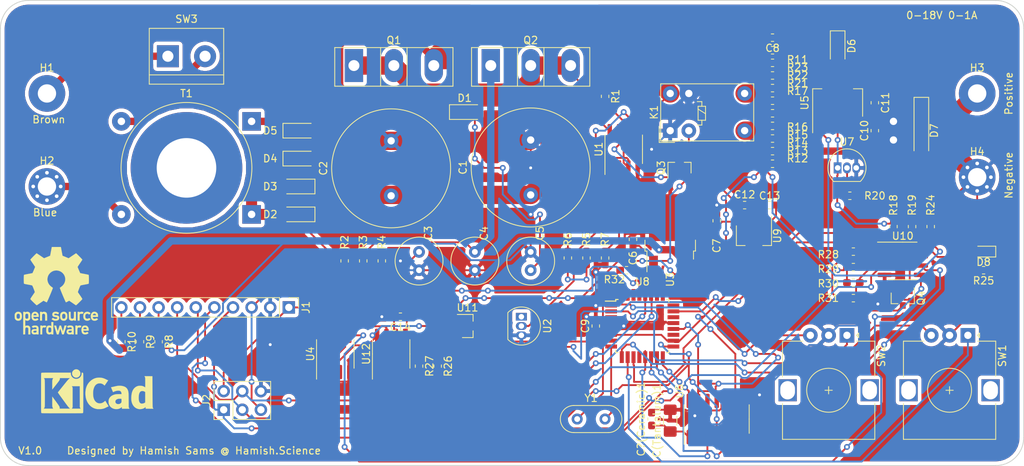
<source format=kicad_pcb>
(kicad_pcb (version 20171130) (host pcbnew "(5.1.4)-1")
  (layers (0 F.Cu signal) (31 B.Cu signal) (34 B.Paste user) (35 F.Paste user) (36 B.SilkS user) (37 F.SilkS user) (38 B.Mask user) (39 F.Mask user) (44 Edge.Cuts user))
  (net 0 "")
  (net 1 unreg)
  (net 2 GND)
  (net 3 "Net-(C3-Pad1)")
  (net 4 "Net-(C4-Pad1)")
  (net 5 "Net-(C5-Pad1)")
  (net 6 "Net-(C6-Pad1)")
  (net 7 5V)
  (net 8 Sense+)
  (net 9 "Net-(C10-Pad1)")
  (net 10 3.3V)
  (net 11 "Net-(C11-Pad1)")
  (net 12 "Net-(D2-Pad2)")
  (net 13 "Net-(D3-Pad2)")
  (net 14 "Net-(D8-Pad1)")
  (net 15 "Net-(D8-Pad2)")
  (net 16 "Net-(H1-Pad1)")
  (net 17 "Net-(H2-Pad1)")
  (net 18 RESET)
  (net 19 MISO)
  (net 20 SS0)
  (net 21 SCK)
  (net 22 MOSI)
  (net 23 "Net-(J1-Pad8)")
  (net 24 "Net-(J1-Pad9)")
  (net 25 "Net-(J1-Pad10)")
  (net 26 "Net-(Q3-Pad1)")
  (net 27 "Net-(Q4-Pad1)")
  (net 28 "Net-(Q4-Pad3)")
  (net 29 "Net-(R1-Pad2)")
  (net 30 "Net-(R5-Pad1)")
  (net 31 "Net-(R5-Pad2)")
  (net 32 "Net-(R6-Pad1)")
  (net 33 Voutput)
  (net 34 "Net-(R20-Pad1)")
  (net 35 SDA0)
  (net 36 SCL0)
  (net 37 "Net-(R28-Pad2)")
  (net 38 VSet)
  (net 39 "Net-(R30-Pad2)")
  (net 40 Encoder1A)
  (net 41 Encoder2A)
  (net 42 Encoder2B)
  (net 43 "Net-(SW3-Pad2)")
  (net 44 Sense-)
  (net 45 "Net-(U4-Pad7)")
  (net 46 "Net-(U4-Pad6)")
  (net 47 Io)
  (net 48 "Net-(U4-Pad3)")
  (net 49 "Net-(U6-Pad2)")
  (net 50 SS1)
  (net 51 "Net-(U6-Pad6)")
  (net 52 "Net-(U6-Pad7)")
  (net 53 IoRef)
  (net 54 2.048V)
  (net 55 VoRef)
  (net 56 XTAL1)
  (net 57 XTAL2)
  (net 58 "Net-(U8-Pad12)")
  (net 59 "Net-(U8-Pad19)")
  (net 60 "Net-(U8-Pad22)")
  (net 61 "Net-(U8-Pad24)")
  (net 62 "Net-(U8-Pad25)")
  (net 63 "Net-(U8-Pad26)")
  (net 64 "Net-(U8-Pad30)")
  (net 65 "Net-(U8-Pad31)")
  (net 66 "Net-(U8-Pad32)")
  (net 67 Encoder1B)
  (module Symbol:KiCad-Logo_6mm_SilkScreen (layer F.Cu) (at 38.608 78.74)
    (fp_text reference REF** hide)
    (fp_text value KiCad-Logo_6mm_SilkScreen hide)
  )
  (module Symbol:OSHW-Logo_11.4x12mm_SilkScreen (layer F.Cu) (at 33.02 65.024)
    (fp_text reference REF** hide)
    (fp_text value OSHW-Logo_11.4x12mm_SilkScreen hide)
  )
  (module Transformer_THT:Transformer_Toroid_Horizontal_D18.0mm (layer F.Cu) (at 41.91 41.91)
    (fp_text reference T1 (at 8.89 -3.81) (layer F.SilkS))
    (fp_text value Transformer_1P_1S)
    (pad "" thru_hole circle (at 8.89 6.35) (size 15.24 15.24) (drill 8.13) (layers *.Cu *.Mask))
    (pad 1 thru_hole circle (at 0 0) (size 2.54 2.54) (drill 1.02) (layers *.Cu *.Mask) (net 43 "Net-(SW3-Pad2)"))
    (pad 2 thru_hole circle (at 0 12.7) (size 2.54 2.54) (drill 1.02) (layers *.Cu *.Mask) (net 17 "Net-(H2-Pad1)"))
    (pad 3 thru_hole rect (at 17.78 0) (size 2.54 2.54) (drill 1.02) (layers *.Cu *.Mask) (net 13 "Net-(D3-Pad2)"))
    (pad 4 thru_hole rect (at 17.78 12.7) (size 2.54 2.54) (drill 1.02) (layers *.Cu *.Mask) (net 12 "Net-(D2-Pad2)"))
  )
  (module Rotary_Encoder:RotaryEncoder_Alps_EC12E_Vertical_H20mm (layer F.Cu) (at 157.48 71.12 270)
    (fp_text reference SW1 (at 2.8 -4.7 90) (layer F.SilkS))
    (fp_text value Rotary_Encoder)
    (pad A thru_hole rect (at 0 0 270) (size 2 2) (drill 1) (layers *.Cu *.Mask) (net 40 Encoder1A))
    (pad C thru_hole circle (at 0 2.5 270) (size 2 2) (drill 1) (layers *.Cu *.Mask) (net 2 GND))
    (pad B thru_hole circle (at 0 5 270) (size 2 2) (drill 1) (layers *.Cu *.Mask) (net 67 Encoder1B))
    (pad MP thru_hole rect (at 7.5 -3.1 270) (size 3 2.5) (drill oval 2.5 2) (layers *.Cu *.Mask))
    (pad MP thru_hole rect (at 7.5 8.1 270) (size 3 2.5) (drill oval 2.5 2) (layers *.Cu *.Mask))
  )
  (module Capacitor_THT:C_Radial_D16.0mm_H25.0mm_P7.50mm (layer F.Cu) (at 97.79 51.95 90)
    (fp_text reference C1 (at 3.75 -9.25 90) (layer F.SilkS))
    (fp_text value 4700uF)
    (pad 2 thru_hole circle (at 7.5 0 90) (size 2 2) (drill 1) (layers *.Cu *.Mask) (net 2 GND))
    (pad 1 thru_hole circle (at 0 0 90) (size 2 2) (drill 1) (layers *.Cu *.Mask) (net 1 unreg))
  )
  (module Capacitor_THT:C_Radial_D16.0mm_H25.0mm_P7.50mm (layer F.Cu) (at 78.74 52.07 90)
    (fp_text reference C2 (at 3.75 -9.25 90) (layer F.SilkS))
    (fp_text value 4700uF)
    (pad 1 thru_hole circle (at 0 0 90) (size 2 2) (drill 1) (layers *.Cu *.Mask) (net 1 unreg))
    (pad 2 thru_hole circle (at 7.5 0 90) (size 2 2) (drill 1) (layers *.Cu *.Mask) (net 2 GND))
  )
  (module Capacitor_THT:C_Radial_D6.3mm_H7.0mm_P2.50mm (layer F.Cu) (at 82.55 59.73 270)
    (fp_text reference C3 (at -2.58 -1.27 90) (layer F.SilkS))
    (fp_text value 470u)
    (pad 1 thru_hole circle (at 0 0 270) (size 1.6 1.6) (drill 0.8) (layers *.Cu *.Mask) (net 3 "Net-(C3-Pad1)"))
    (pad 2 thru_hole circle (at 2.5 0 270) (size 1.6 1.6) (drill 0.8) (layers *.Cu *.Mask) (net 2 GND))
  )
  (module Capacitor_THT:C_Radial_D6.3mm_H7.0mm_P2.50mm (layer F.Cu) (at 90.17 59.73 270)
    (fp_text reference C4 (at -2.54 -1.27 90) (layer F.SilkS))
    (fp_text value 470u)
    (pad 2 thru_hole circle (at 2.5 0 270) (size 1.6 1.6) (drill 0.8) (layers *.Cu *.Mask) (net 2 GND))
    (pad 1 thru_hole circle (at 0 0 270) (size 1.6 1.6) (drill 0.8) (layers *.Cu *.Mask) (net 4 "Net-(C4-Pad1)"))
  )
  (module Capacitor_THT:C_Radial_D6.3mm_H7.0mm_P2.50mm (layer F.Cu) (at 97.79 62.23 90)
    (fp_text reference C5 (at 5.04 1.27 90) (layer F.SilkS))
    (fp_text value 470u)
    (pad 1 thru_hole circle (at 0 0 90) (size 1.6 1.6) (drill 0.8) (layers *.Cu *.Mask) (net 5 "Net-(C5-Pad1)"))
    (pad 2 thru_hole circle (at 2.5 0 90) (size 1.6 1.6) (drill 0.8) (layers *.Cu *.Mask) (net 2 GND))
  )
  (module Capacitor_SMD:C_0603_1608Metric_Pad1.05x0.95mm_HandSolder (layer F.Cu) (at 111.76 58.025 90)
    (fp_text reference C6 (at -2.54 0 90) (layer F.SilkS))
    (fp_text value 100n)
    (pad 2 smd roundrect (at 0.875 0 90) (size 1.05 0.95) (layers F.Cu F.Paste F.Mask) (net 2 GND))
    (pad 1 smd roundrect (at -0.875 0 90) (size 1.05 0.95) (layers F.Cu F.Paste F.Mask) (net 6 "Net-(C6-Pad1)"))
  )
  (module Capacitor_SMD:C_0603_1608Metric_Pad1.05x0.95mm_HandSolder (layer F.Cu) (at 123.19 55.485 90)
    (fp_text reference C7 (at -3.415 0 90) (layer F.SilkS))
    (fp_text value 100n)
    (pad 1 smd roundrect (at -0.875 0 90) (size 1.05 0.95) (layers F.Cu F.Paste F.Mask) (net 7 5V))
    (pad 2 smd roundrect (at 0.875 0 90) (size 1.05 0.95) (layers F.Cu F.Paste F.Mask) (net 2 GND))
  )
  (module Capacitor_SMD:C_0603_1608Metric_Pad1.05x0.95mm_HandSolder (layer F.Cu) (at 130.81 30.48 180)
    (fp_text reference C8 (at 0 -1.43) (layer F.SilkS))
    (fp_text value 0.1u)
    (pad 2 smd roundrect (at 0.875 0 180) (size 1.05 0.95) (layers F.Cu F.Paste F.Mask) (net 8 Sense+))
    (pad 1 smd roundrect (at -0.875 0 180) (size 1.05 0.95) (layers F.Cu F.Paste F.Mask) (net 9 "Net-(C10-Pad1)"))
  )
  (module Capacitor_SMD:C_0603_1608Metric_Pad1.05x0.95mm_HandSolder (layer F.Cu) (at 106.68 69.85 90)
    (fp_text reference C9 (at 0 -1.43 90) (layer F.SilkS))
    (fp_text value 0.1u)
    (pad 1 smd roundrect (at -0.875 0 90) (size 1.05 0.95) (layers F.Cu F.Paste F.Mask) (net 10 3.3V))
    (pad 2 smd roundrect (at 0.875 0 90) (size 1.05 0.95) (layers F.Cu F.Paste F.Mask) (net 2 GND))
  )
  (module Capacitor_SMD:C_0603_1608Metric_Pad1.05x0.95mm_HandSolder (layer F.Cu) (at 144.78 43.18 90)
    (fp_text reference C10 (at 0 -1.43 90) (layer F.SilkS))
    (fp_text value 1u)
    (pad 2 smd roundrect (at 0.875 0 90) (size 1.05 0.95) (layers F.Cu F.Paste F.Mask) (net 2 GND))
    (pad 1 smd roundrect (at -0.875 0 90) (size 1.05 0.95) (layers F.Cu F.Paste F.Mask) (net 9 "Net-(C10-Pad1)"))
  )
  (module Capacitor_SMD:C_0603_1608Metric_Pad1.05x0.95mm_HandSolder (layer F.Cu) (at 144.78 39.37 270)
    (fp_text reference C11 (at 0 -1.43 90) (layer F.SilkS))
    (fp_text value 2.2u)
    (pad 1 smd roundrect (at -0.875 0 270) (size 1.05 0.95) (layers F.Cu F.Paste F.Mask) (net 11 "Net-(C11-Pad1)"))
    (pad 2 smd roundrect (at 0.875 0 270) (size 1.05 0.95) (layers F.Cu F.Paste F.Mask) (net 2 GND))
  )
  (module Capacitor_SMD:C_0603_1608Metric_Pad1.05x0.95mm_HandSolder (layer F.Cu) (at 127 53.34)
    (fp_text reference C12 (at 0 -1.43) (layer F.SilkS))
    (fp_text value 100n)
    (pad 2 smd roundrect (at 0.875 0) (size 1.05 0.95) (layers F.Cu F.Paste F.Mask) (net 2 GND))
    (pad 1 smd roundrect (at -0.875 0) (size 1.05 0.95) (layers F.Cu F.Paste F.Mask) (net 7 5V))
  )
  (module Capacitor_SMD:C_0603_1608Metric_Pad1.05x0.95mm_HandSolder (layer F.Cu) (at 130.415 53.34 180)
    (fp_text reference C13 (at 0 1.27) (layer F.SilkS))
    (fp_text value 100n)
    (pad 1 smd roundrect (at -0.875 0 180) (size 1.05 0.95) (layers F.Cu F.Paste F.Mask) (net 10 3.3V))
    (pad 2 smd roundrect (at 0.875 0 180) (size 1.05 0.95) (layers F.Cu F.Paste F.Mask) (net 2 GND))
  )
  (module Capacitor_SMD:C_0603_1608Metric_Pad1.05x0.95mm_HandSolder (layer F.Cu) (at 80.01 68.58 180)
    (fp_text reference C14 (at 0 -1.43) (layer F.SilkS))
    (fp_text value 0.1u)
    (pad 2 smd roundrect (at 0.875 0 180) (size 1.05 0.95) (layers F.Cu F.Paste F.Mask) (net 2 GND))
    (pad 1 smd roundrect (at -0.875 0 180) (size 1.05 0.95) (layers F.Cu F.Paste F.Mask) (net 10 3.3V))
  )
  (module Capacitor_SMD:C_1206_3216Metric_Pad1.42x1.75mm_HandSolder (layer F.Cu) (at 116.84 82.7675 90)
    (fp_text reference "C(Tantalum)1" (at 0 -1.82 90) (layer F.SilkS))
    (fp_text value 10u)
    (pad 1 smd roundrect (at -1.4875 0 90) (size 1.425 1.75) (layers F.Cu F.Paste F.Mask) (roundrect_rratio 0.175439) (net 10 3.3V))
    (pad 2 smd roundrect (at 1.4875 0 90) (size 1.425 1.75) (layers F.Cu F.Paste F.Mask) (roundrect_rratio 0.175439) (net 2 GND))
  )
  (module Capacitor_SMD:C_0603_1608Metric_Pad1.05x0.95mm_HandSolder (layer F.Cu) (at 114.3 82.55 90)
    (fp_text reference "C?(Ceramic)1" (at 0 -1.43 90) (layer F.SilkS))
    (fp_text value 0.1u)
    (pad 1 smd roundrect (at -0.875 0 90) (size 1.05 0.95) (layers F.Cu F.Paste F.Mask) (net 10 3.3V))
    (pad 2 smd roundrect (at 0.875 0 90) (size 1.05 0.95) (layers F.Cu F.Paste F.Mask) (net 2 GND))
  )
  (module Diode_SMD:D_SOD-123F (layer F.Cu) (at 88.9 40.64)
    (fp_text reference D1 (at -0.127 -1.905) (layer F.SilkS))
    (fp_text value D)
    (pad 1 smd rect (at -1.4 0) (size 1.1 1.1) (layers F.Cu F.Paste F.Mask) (net 1 unreg))
    (pad 2 smd rect (at 1.4 0) (size 1.1 1.1) (layers F.Cu F.Paste F.Mask) (net 5 "Net-(C5-Pad1)"))
  )
  (module Diode_SMD:D_SOD-123F (layer F.Cu) (at 66.135 54.61 180)
    (fp_text reference D2 (at 3.905 0) (layer F.SilkS))
    (fp_text value D)
    (pad 1 smd rect (at -1.4 0 180) (size 1.1 1.1) (layers F.Cu F.Paste F.Mask) (net 1 unreg))
    (pad 2 smd rect (at 1.4 0 180) (size 1.1 1.1) (layers F.Cu F.Paste F.Mask) (net 12 "Net-(D2-Pad2)"))
  )
  (module Diode_SMD:D_SOD-123F (layer F.Cu) (at 66.135 50.8 180)
    (fp_text reference D3 (at 3.905 0) (layer F.SilkS))
    (fp_text value D)
    (pad 2 smd rect (at 1.4 0 180) (size 1.1 1.1) (layers F.Cu F.Paste F.Mask) (net 13 "Net-(D3-Pad2)"))
    (pad 1 smd rect (at -1.4 0 180) (size 1.1 1.1) (layers F.Cu F.Paste F.Mask) (net 1 unreg))
  )
  (module Diode_SMD:D_SOD-123F (layer F.Cu) (at 66.17 46.99)
    (fp_text reference D4 (at -3.94 0) (layer F.SilkS))
    (fp_text value D)
    (pad 1 smd rect (at -1.4 0) (size 1.1 1.1) (layers F.Cu F.Paste F.Mask) (net 12 "Net-(D2-Pad2)"))
    (pad 2 smd rect (at 1.4 0) (size 1.1 1.1) (layers F.Cu F.Paste F.Mask) (net 2 GND))
  )
  (module Diode_SMD:D_SOD-123F (layer F.Cu) (at 66.17 43.18)
    (fp_text reference D5 (at -3.94 0) (layer F.SilkS))
    (fp_text value D)
    (pad 2 smd rect (at 1.4 0) (size 1.1 1.1) (layers F.Cu F.Paste F.Mask) (net 2 GND))
    (pad 1 smd rect (at -1.4 0) (size 1.1 1.1) (layers F.Cu F.Paste F.Mask) (net 13 "Net-(D3-Pad2)"))
  )
  (module Diode_SMD:D_SOD-123F (layer F.Cu) (at 139.7 31.75 270)
    (fp_text reference D6 (at -0.127 -1.905 90) (layer F.SilkS))
    (fp_text value D)
    (pad 2 smd rect (at 1.4 0 270) (size 1.1 1.1) (layers F.Cu F.Paste F.Mask) (net 11 "Net-(C11-Pad1)"))
    (pad 1 smd rect (at -1.4 0 270) (size 1.1 1.1) (layers F.Cu F.Paste F.Mask) (net 9 "Net-(C10-Pad1)"))
  )
  (module Diode_SMD:D_MiniMELF_Handsoldering (layer F.Cu) (at 151.13 43.18 270)
    (fp_text reference D7 (at 0 -1.75 90) (layer F.SilkS))
    (fp_text value D_Zener)
    (pad 1 smd rect (at -2.75 0 270) (size 3.3 1.7) (layers F.Cu F.Paste F.Mask) (net 11 "Net-(C11-Pad1)"))
    (pad 2 smd rect (at 2.75 0 270) (size 3.3 1.7) (layers F.Cu F.Paste F.Mask) (net 2 GND))
  )
  (module LED_SMD:LED_0603_1608Metric_Pad1.05x0.95mm_HandSolder (layer F.Cu) (at 159.625 59.69 180)
    (fp_text reference D8 (at 0 -1.43) (layer F.SilkS))
    (fp_text value LED)
    (pad 1 smd roundrect (at -0.875 0 180) (size 1.05 0.95) (layers F.Cu F.Paste F.Mask) (net 14 "Net-(D8-Pad1)"))
    (pad 2 smd roundrect (at 0.875 0 180) (size 1.05 0.95) (layers F.Cu F.Paste F.Mask) (net 15 "Net-(D8-Pad2)"))
  )
  (module Connector_PinHeader_2.54mm:PinHeader_1x10_P2.54mm_Vertical (layer F.Cu) (at 64.77 67.31 270)
    (fp_text reference J1 (at 0 -2.33 90) (layer F.SilkS))
    (fp_text value Conn_01x10_Female)
    (pad 1 thru_hole rect (at 0 0 270) (size 1.7 1.7) (drill 1) (layers *.Cu *.Mask) (net 10 3.3V))
    (pad 2 thru_hole oval (at 0 2.54 270) (size 1.7 1.7) (drill 1) (layers *.Cu *.Mask) (net 2 GND))
    (pad 3 thru_hole oval (at 0 5.08 270) (size 1.7 1.7) (drill 1) (layers *.Cu *.Mask) (net 18 RESET))
    (pad 4 thru_hole oval (at 0 7.62 270) (size 1.7 1.7) (drill 1) (layers *.Cu *.Mask) (net 19 MISO))
    (pad 5 thru_hole oval (at 0 10.16 270) (size 1.7 1.7) (drill 1) (layers *.Cu *.Mask) (net 20 SS0))
    (pad 6 thru_hole oval (at 0 12.7 270) (size 1.7 1.7) (drill 1) (layers *.Cu *.Mask) (net 21 SCK))
    (pad 7 thru_hole oval (at 0 15.24 270) (size 1.7 1.7) (drill 1) (layers *.Cu *.Mask) (net 22 MOSI))
    (pad 8 thru_hole oval (at 0 17.78 270) (size 1.7 1.7) (drill 1) (layers *.Cu *.Mask) (net 23 "Net-(J1-Pad8)"))
    (pad 9 thru_hole oval (at 0 20.32 270) (size 1.7 1.7) (drill 1) (layers *.Cu *.Mask) (net 24 "Net-(J1-Pad9)"))
    (pad 10 thru_hole oval (at 0 22.86 270) (size 1.7 1.7) (drill 1) (layers *.Cu *.Mask) (net 25 "Net-(J1-Pad10)"))
  )
  (module Connector_PinHeader_2.54mm:PinHeader_2x03_P2.54mm_Vertical (layer F.Cu) (at 55.88 81.28 90)
    (fp_text reference J2 (at 1.27 -2.33 90) (layer F.SilkS))
    (fp_text value Conn_02x03_Odd_Even)
    (pad 1 thru_hole rect (at 0 0 90) (size 1.7 1.7) (drill 1) (layers *.Cu *.Mask) (net 19 MISO))
    (pad 2 thru_hole oval (at 2.54 0 90) (size 1.7 1.7) (drill 1) (layers *.Cu *.Mask) (net 10 3.3V))
    (pad 3 thru_hole oval (at 0 2.54 90) (size 1.7 1.7) (drill 1) (layers *.Cu *.Mask) (net 21 SCK))
    (pad 4 thru_hole oval (at 2.54 2.54 90) (size 1.7 1.7) (drill 1) (layers *.Cu *.Mask) (net 22 MOSI))
    (pad 5 thru_hole oval (at 0 5.08 90) (size 1.7 1.7) (drill 1) (layers *.Cu *.Mask) (net 18 RESET))
    (pad 6 thru_hole oval (at 2.54 5.08 90) (size 1.7 1.7) (drill 1) (layers *.Cu *.Mask) (net 2 GND))
  )
  (module Relay_THT:Relay_SPDT_Omron_G5V-1 (layer F.Cu) (at 116.84 43.18 90)
    (fp_text reference K1 (at 2.5 -2.2 90) (layer F.SilkS))
    (fp_text value G5V-1)
    (pad 10 thru_hole circle (at 5.08 0 90) (size 2 2) (drill 1) (layers *.Cu *.Mask) (net 5 "Net-(C5-Pad1)"))
    (pad 9 thru_hole circle (at 5.08 2.54 90) (size 2 2) (drill 1) (layers *.Cu *.Mask) (net 2 GND))
    (pad 1 thru_hole rect (at 0 0 90) (size 2 2) (drill 1) (layers *.Cu *.Mask) (net 2 GND))
    (pad 2 thru_hole circle (at 0 2.54 90) (size 2 2) (drill 1) (layers *.Cu *.Mask) (net 7 5V))
    (pad 6 thru_hole circle (at 5.08 10.16 90) (size 2 2) (drill 1) (layers *.Cu *.Mask) (net 8 Sense+))
    (pad 5 thru_hole circle (at 0 10.16 90) (size 2 2) (drill 1) (layers *.Cu *.Mask) (net 8 Sense+))
  )
  (module Package_TO_SOT_THT:TO-247-3_Vertical (layer F.Cu) (at 73.66 34.29)
    (fp_text reference Q1 (at 5.45 -3.45) (layer F.SilkS))
    (fp_text value TIP3055G)
    (pad 3 thru_hole oval (at 10.9 0) (size 2.5 4.5) (drill 1.5) (layers *.Cu *.Mask) (net 5 "Net-(C5-Pad1)"))
    (pad 2 thru_hole oval (at 5.45 0) (size 2.5 4.5) (drill 1.5) (layers *.Cu *.Mask) (net 1 unreg))
    (pad 1 thru_hole rect (at 0 0) (size 2.5 4.5) (drill 1.5) (layers *.Cu *.Mask) (net 1 unreg))
  )
  (module Package_TO_SOT_THT:TO-247-3_Vertical (layer F.Cu) (at 92.34 34.29)
    (fp_text reference Q2 (at 5.45 -3.45) (layer F.SilkS))
    (fp_text value TIP3055G)
    (pad 1 thru_hole rect (at 0 0) (size 2.5 4.5) (drill 1.5) (layers *.Cu *.Mask) (net 4 "Net-(C4-Pad1)"))
    (pad 2 thru_hole oval (at 5.45 0) (size 2.5 4.5) (drill 1.5) (layers *.Cu *.Mask) (net 1 unreg))
    (pad 3 thru_hole oval (at 10.9 0) (size 2.5 4.5) (drill 1.5) (layers *.Cu *.Mask) (net 1 unreg))
  )
  (module Package_TO_SOT_SMD:SOT-23 (layer F.Cu) (at 118.11 48.26 90)
    (fp_text reference Q3 (at 0 -2.5 90) (layer F.SilkS))
    (fp_text value MMBT3904)
    (pad 3 smd rect (at 1 0 90) (size 0.9 0.8) (layers F.Cu F.Paste F.Mask) (net 5 "Net-(C5-Pad1)"))
    (pad 2 smd rect (at -1 0.95 90) (size 0.9 0.8) (layers F.Cu F.Paste F.Mask) (net 6 "Net-(C6-Pad1)"))
    (pad 1 smd rect (at -1 -0.95 90) (size 0.9 0.8) (layers F.Cu F.Paste F.Mask) (net 26 "Net-(Q3-Pad1)"))
  )
  (module Package_TO_SOT_SMD:SOT-23 (layer F.Cu) (at 148.59 66.04 270)
    (fp_text reference Q4 (at 0 -2.5 90) (layer F.SilkS))
    (fp_text value MMBT3904)
    (pad 1 smd rect (at -1 -0.95 270) (size 0.9 0.8) (layers F.Cu F.Paste F.Mask) (net 27 "Net-(Q4-Pad1)"))
    (pad 2 smd rect (at -1 0.95 270) (size 0.9 0.8) (layers F.Cu F.Paste F.Mask) (net 2 GND))
    (pad 3 smd rect (at 1 0 270) (size 0.9 0.8) (layers F.Cu F.Paste F.Mask) (net 28 "Net-(Q4-Pad3)"))
  )
  (module Resistor_SMD:R_0603_1608Metric_Pad1.05x0.95mm_HandSolder (layer F.Cu) (at 107.95 38.495 270)
    (fp_text reference R1 (at 0 -1.43 90) (layer F.SilkS))
    (fp_text value 10kR)
    (pad 1 smd roundrect (at -0.875 0 270) (size 1.05 0.95) (layers F.Cu F.Paste F.Mask) (net 1 unreg))
    (pad 2 smd roundrect (at 0.875 0 270) (size 1.05 0.95) (layers F.Cu F.Paste F.Mask) (net 29 "Net-(R1-Pad2)"))
  )
  (module Resistor_SMD:R_0603_1608Metric_Pad1.05x0.95mm_HandSolder (layer F.Cu) (at 72.39 60.96 270)
    (fp_text reference R2 (at -2.54 0 90) (layer F.SilkS))
    (fp_text value 220R)
    (pad 1 smd roundrect (at -0.875 0 270) (size 1.05 0.95) (layers F.Cu F.Paste F.Mask) (net 3 "Net-(C3-Pad1)"))
    (pad 2 smd roundrect (at 0.875 0 270) (size 1.05 0.95) (layers F.Cu F.Paste F.Mask) (net 1 unreg))
  )
  (module Resistor_SMD:R_0603_1608Metric_Pad1.05x0.95mm_HandSolder (layer F.Cu) (at 74.93 60.96 270)
    (fp_text reference R3 (at -2.54 0 90) (layer F.SilkS))
    (fp_text value 220R)
    (pad 1 smd roundrect (at -0.875 0 270) (size 1.05 0.95) (layers F.Cu F.Paste F.Mask) (net 4 "Net-(C4-Pad1)"))
    (pad 2 smd roundrect (at 0.875 0 270) (size 1.05 0.95) (layers F.Cu F.Paste F.Mask) (net 3 "Net-(C3-Pad1)"))
  )
  (module Resistor_SMD:R_0603_1608Metric_Pad1.05x0.95mm_HandSolder (layer F.Cu) (at 77.47 60.96 270)
    (fp_text reference R4 (at -2.54 0 90) (layer F.SilkS))
    (fp_text value 10kR)
    (pad 1 smd roundrect (at -0.875 0 270) (size 1.05 0.95) (layers F.Cu F.Paste F.Mask) (net 4 "Net-(C4-Pad1)"))
    (pad 2 smd roundrect (at 0.875 0 270) (size 1.05 0.95) (layers F.Cu F.Paste F.Mask) (net 2 GND))
  )
  (module Resistor_SMD:R_0603_1608Metric_Pad1.05x0.95mm_HandSolder (layer F.Cu) (at 105.41 60.565 90)
    (fp_text reference R5 (at 2.54 0 90) (layer F.SilkS))
    (fp_text value 68k)
    (pad 1 smd roundrect (at -0.875 0 90) (size 1.05 0.95) (layers F.Cu F.Paste F.Mask) (net 30 "Net-(R5-Pad1)"))
    (pad 2 smd roundrect (at 0.875 0 90) (size 1.05 0.95) (layers F.Cu F.Paste F.Mask) (net 31 "Net-(R5-Pad2)"))
  )
  (module Resistor_SMD:R_0603_1608Metric_Pad1.05x0.95mm_HandSolder (layer F.Cu) (at 102.87 60.565 270)
    (fp_text reference R6 (at -2.54 0 90) (layer F.SilkS))
    (fp_text value 100k)
    (pad 1 smd roundrect (at -0.875 0 270) (size 1.05 0.95) (layers F.Cu F.Paste F.Mask) (net 32 "Net-(R6-Pad1)"))
    (pad 2 smd roundrect (at 0.875 0 270) (size 1.05 0.95) (layers F.Cu F.Paste F.Mask) (net 30 "Net-(R5-Pad1)"))
  )
  (module Resistor_SMD:R_0603_1608Metric_Pad1.05x0.95mm_HandSolder (layer F.Cu) (at 107.95 60.565 270)
    (fp_text reference R7 (at -2.54 0 90) (layer F.SilkS))
    (fp_text value 27k)
    (pad 2 smd roundrect (at 0.875 0 270) (size 1.05 0.95) (layers F.Cu F.Paste F.Mask) (net 2 GND))
    (pad 1 smd roundrect (at -0.875 0 270) (size 1.05 0.95) (layers F.Cu F.Paste F.Mask) (net 31 "Net-(R5-Pad2)"))
  )
  (module Resistor_SMD:R_0603_1608Metric_Pad1.05x0.95mm_HandSolder (layer F.Cu) (at 46.99 71.995 270)
    (fp_text reference R8 (at 0 -1.43 90) (layer F.SilkS))
    (fp_text value 330)
    (pad 2 smd roundrect (at 0.875 0 270) (size 1.05 0.95) (layers F.Cu F.Paste F.Mask) (net 7 5V))
    (pad 1 smd roundrect (at -0.875 0 270) (size 1.05 0.95) (layers F.Cu F.Paste F.Mask) (net 23 "Net-(J1-Pad8)"))
  )
  (module Resistor_SMD:R_0603_1608Metric_Pad1.05x0.95mm_HandSolder (layer F.Cu) (at 44.45 71.995 270)
    (fp_text reference R9 (at 0 -1.43 90) (layer F.SilkS))
    (fp_text value 330)
    (pad 2 smd roundrect (at 0.875 0 270) (size 1.05 0.95) (layers F.Cu F.Paste F.Mask) (net 7 5V))
    (pad 1 smd roundrect (at -0.875 0 270) (size 1.05 0.95) (layers F.Cu F.Paste F.Mask) (net 24 "Net-(J1-Pad9)"))
  )
  (module Resistor_SMD:R_0603_1608Metric_Pad1.05x0.95mm_HandSolder (layer F.Cu) (at 41.91 71.995 270)
    (fp_text reference R10 (at 0 -1.43 90) (layer F.SilkS))
    (fp_text value 330)
    (pad 2 smd roundrect (at 0.875 0 270) (size 1.05 0.95) (layers F.Cu F.Paste F.Mask) (net 7 5V))
    (pad 1 smd roundrect (at -0.875 0 270) (size 1.05 0.95) (layers F.Cu F.Paste F.Mask) (net 25 "Net-(J1-Pad10)"))
  )
  (module Resistor_SMD:R_0603_1608Metric_Pad1.05x0.95mm_HandSolder (layer F.Cu) (at 130.81 32.201555 180)
    (fp_text reference R11 (at -3.415 -1.27) (layer F.SilkS))
    (fp_text value 1)
    (pad 1 smd roundrect (at -0.875 0 180) (size 1.05 0.95) (layers F.Cu F.Paste F.Mask) (net 9 "Net-(C10-Pad1)"))
    (pad 2 smd roundrect (at 0.875 0 180) (size 1.05 0.95) (layers F.Cu F.Paste F.Mask) (net 8 Sense+))
  )
  (module Resistor_SMD:R_0603_1608Metric_Pad1.05x0.95mm_HandSolder (layer F.Cu) (at 130.81 47.695556 180)
    (fp_text reference R12 (at -3.415 0.705556) (layer F.SilkS))
    (fp_text value 1)
    (pad 2 smd roundrect (at 0.875 0 180) (size 1.05 0.95) (layers F.Cu F.Paste F.Mask) (net 8 Sense+))
    (pad 1 smd roundrect (at -0.875 0 180) (size 1.05 0.95) (layers F.Cu F.Paste F.Mask) (net 9 "Net-(C10-Pad1)"))
  )
  (module Resistor_SMD:R_0603_1608Metric_Pad1.05x0.95mm_HandSolder (layer F.Cu) (at 130.81 45.973995 180)
    (fp_text reference R13 (at -3.415 0.062712) (layer F.SilkS))
    (fp_text value 1)
    (pad 1 smd roundrect (at -0.875 0 180) (size 1.05 0.95) (layers F.Cu F.Paste F.Mask) (net 9 "Net-(C10-Pad1)"))
    (pad 2 smd roundrect (at 0.875 0 180) (size 1.05 0.95) (layers F.Cu F.Paste F.Mask) (net 8 Sense+))
  )
  (module Resistor_SMD:R_0603_1608Metric_Pad1.05x0.95mm_HandSolder (layer F.Cu) (at 130.81 44.25244 180)
    (fp_text reference R14 (at -3.415 -0.580127) (layer F.SilkS))
    (fp_text value 1)
    (pad 2 smd roundrect (at 0.875 0 180) (size 1.05 0.95) (layers F.Cu F.Paste F.Mask) (net 8 Sense+))
    (pad 1 smd roundrect (at -0.875 0 180) (size 1.05 0.95) (layers F.Cu F.Paste F.Mask) (net 9 "Net-(C10-Pad1)"))
  )
  (module Resistor_SMD:R_0603_1608Metric_Pad1.05x0.95mm_HandSolder (layer F.Cu) (at 130.81 42.530885 180)
    (fp_text reference R15 (at -3.415 -1.222966) (layer F.SilkS))
    (fp_text value 1)
    (pad 1 smd roundrect (at -0.875 0 180) (size 1.05 0.95) (layers F.Cu F.Paste F.Mask) (net 9 "Net-(C10-Pad1)"))
    (pad 2 smd roundrect (at 0.875 0 180) (size 1.05 0.95) (layers F.Cu F.Paste F.Mask) (net 8 Sense+))
  )
  (module Resistor_SMD:R_0603_1608Metric_Pad1.05x0.95mm_HandSolder (layer F.Cu) (at 130.81 40.80933 180)
    (fp_text reference R16 (at -3.415 -1.865805) (layer F.SilkS))
    (fp_text value 1)
    (pad 2 smd roundrect (at 0.875 0 180) (size 1.05 0.95) (layers F.Cu F.Paste F.Mask) (net 8 Sense+))
    (pad 1 smd roundrect (at -0.875 0 180) (size 1.05 0.95) (layers F.Cu F.Paste F.Mask) (net 9 "Net-(C10-Pad1)"))
  )
  (module Resistor_SMD:R_0603_1608Metric_Pad1.05x0.95mm_HandSolder (layer F.Cu) (at 130.81 39.087775 180)
    (fp_text reference R17 (at -3.415 1.301356) (layer F.SilkS))
    (fp_text value 1)
    (pad 2 smd roundrect (at 0.875 0 180) (size 1.05 0.95) (layers F.Cu F.Paste F.Mask) (net 8 Sense+))
    (pad 1 smd roundrect (at -0.875 0 180) (size 1.05 0.95) (layers F.Cu F.Paste F.Mask) (net 9 "Net-(C10-Pad1)"))
  )
  (module Resistor_SMD:R_0603_1608Metric_Pad1.05x0.95mm_HandSolder (layer F.Cu) (at 147.32 56.275 270)
    (fp_text reference R18 (at -2.935 0 90) (layer F.SilkS))
    (fp_text value 180k)
    (pad 1 smd roundrect (at -0.875 0 270) (size 1.05 0.95) (layers F.Cu F.Paste F.Mask) (net 11 "Net-(C11-Pad1)"))
    (pad 2 smd roundrect (at 0.875 0 270) (size 1.05 0.95) (layers F.Cu F.Paste F.Mask) (net 33 Voutput))
  )
  (module Resistor_SMD:R_0603_1608Metric_Pad1.05x0.95mm_HandSolder (layer F.Cu) (at 149.86 56.275 270)
    (fp_text reference R19 (at -2.935 0 90) (layer F.SilkS))
    (fp_text value 180k)
    (pad 2 smd roundrect (at 0.875 0 270) (size 1.05 0.95) (layers F.Cu F.Paste F.Mask) (net 33 Voutput))
    (pad 1 smd roundrect (at -0.875 0 270) (size 1.05 0.95) (layers F.Cu F.Paste F.Mask) (net 11 "Net-(C11-Pad1)"))
  )
  (module Resistor_SMD:R_0603_1608Metric_Pad1.05x0.95mm_HandSolder (layer F.Cu) (at 141.365 52.07)
    (fp_text reference R20 (at 3.415 0) (layer F.SilkS))
    (fp_text value 100R)
    (pad 2 smd roundrect (at 0.875 0) (size 1.05 0.95) (layers F.Cu F.Paste F.Mask) (net 2 GND))
    (pad 1 smd roundrect (at -0.875 0) (size 1.05 0.95) (layers F.Cu F.Paste F.Mask) (net 34 "Net-(R20-Pad1)"))
  )
  (module Resistor_SMD:R_0603_1608Metric_Pad1.05x0.95mm_HandSolder (layer F.Cu) (at 130.81 37.36622 180)
    (fp_text reference R21 (at -3.415 0.658517) (layer F.SilkS))
    (fp_text value 1)
    (pad 2 smd roundrect (at 0.875 0 180) (size 1.05 0.95) (layers F.Cu F.Paste F.Mask) (net 8 Sense+))
    (pad 1 smd roundrect (at -0.875 0 180) (size 1.05 0.95) (layers F.Cu F.Paste F.Mask) (net 9 "Net-(C10-Pad1)"))
  )
  (module Resistor_SMD:R_0603_1608Metric_Pad1.05x0.95mm_HandSolder (layer F.Cu) (at 130.81 35.644665 180)
    (fp_text reference R22 (at -3.415 0.015678) (layer F.SilkS))
    (fp_text value 1)
    (pad 1 smd roundrect (at -0.875 0 180) (size 1.05 0.95) (layers F.Cu F.Paste F.Mask) (net 9 "Net-(C10-Pad1)"))
    (pad 2 smd roundrect (at 0.875 0 180) (size 1.05 0.95) (layers F.Cu F.Paste F.Mask) (net 8 Sense+))
  )
  (module Resistor_SMD:R_0603_1608Metric_Pad1.05x0.95mm_HandSolder (layer F.Cu) (at 130.81 33.92311 180)
    (fp_text reference R23 (at -3.415 -0.627161) (layer F.SilkS))
    (fp_text value 1)
    (pad 1 smd roundrect (at -0.875 0 180) (size 1.05 0.95) (layers F.Cu F.Paste F.Mask) (net 9 "Net-(C10-Pad1)"))
    (pad 2 smd roundrect (at 0.875 0 180) (size 1.05 0.95) (layers F.Cu F.Paste F.Mask) (net 8 Sense+))
  )
  (module Resistor_SMD:R_0603_1608Metric_Pad1.05x0.95mm_HandSolder (layer F.Cu) (at 152.4 56.275 90)
    (fp_text reference R24 (at 2.935 0 90) (layer F.SilkS))
    (fp_text value 10k)
    (pad 2 smd roundrect (at 0.875 0 90) (size 1.05 0.95) (layers F.Cu F.Paste F.Mask) (net 2 GND))
    (pad 1 smd roundrect (at -0.875 0 90) (size 1.05 0.95) (layers F.Cu F.Paste F.Mask) (net 33 Voutput))
  )
  (module Resistor_SMD:R_0603_1608Metric_Pad1.05x0.95mm_HandSolder (layer F.Cu) (at 159.625 62.23 180)
    (fp_text reference R25 (at 0 -1.43) (layer F.SilkS))
    (fp_text value 330)
    (pad 1 smd roundrect (at -0.875 0 180) (size 1.05 0.95) (layers F.Cu F.Paste F.Mask) (net 14 "Net-(D8-Pad1)"))
    (pad 2 smd roundrect (at 0.875 0 180) (size 1.05 0.95) (layers F.Cu F.Paste F.Mask) (net 2 GND))
  )
  (module Resistor_SMD:R_0603_1608Metric_Pad1.05x0.95mm_HandSolder (layer F.Cu) (at 85.09 75.325 270)
    (fp_text reference R26 (at 0 -1.43 90) (layer F.SilkS))
    (fp_text value 4.7k)
    (pad 2 smd roundrect (at 0.875 0 270) (size 1.05 0.95) (layers F.Cu F.Paste F.Mask) (net 35 SDA0))
    (pad 1 smd roundrect (at -0.875 0 270) (size 1.05 0.95) (layers F.Cu F.Paste F.Mask) (net 10 3.3V))
  )
  (module Resistor_SMD:R_0603_1608Metric_Pad1.05x0.95mm_HandSolder (layer F.Cu) (at 82.55 75.325 270)
    (fp_text reference R27 (at 0 -1.43 90) (layer F.SilkS))
    (fp_text value 4.7k)
    (pad 2 smd roundrect (at 0.875 0 270) (size 1.05 0.95) (layers F.Cu F.Paste F.Mask) (net 36 SCL0))
    (pad 1 smd roundrect (at -0.875 0 270) (size 1.05 0.95) (layers F.Cu F.Paste F.Mask) (net 10 3.3V))
  )
  (module Resistor_SMD:R_0603_1608Metric_Pad1.05x0.95mm_HandSolder (layer F.Cu) (at 141.845 59.69)
    (fp_text reference R28 (at -3.415 0.395) (layer F.SilkS))
    (fp_text value 680)
    (pad 2 smd roundrect (at 0.875 0) (size 1.05 0.95) (layers F.Cu F.Paste F.Mask) (net 37 "Net-(R28-Pad2)"))
    (pad 1 smd roundrect (at -0.875 0) (size 1.05 0.95) (layers F.Cu F.Paste F.Mask) (net 28 "Net-(Q4-Pad3)"))
  )
  (module Resistor_SMD:R_0603_1608Metric_Pad1.05x0.95mm_HandSolder (layer F.Cu) (at 141.845 61.806666)
    (fp_text reference R29 (at -3.415 0.263334) (layer F.SilkS))
    (fp_text value 100)
    (pad 1 smd roundrect (at -0.875 0) (size 1.05 0.95) (layers F.Cu F.Paste F.Mask) (net 38 VSet))
    (pad 2 smd roundrect (at 0.875 0) (size 1.05 0.95) (layers F.Cu F.Paste F.Mask) (net 28 "Net-(Q4-Pad3)"))
  )
  (module Resistor_SMD:R_0603_1608Metric_Pad1.05x0.95mm_HandSolder (layer F.Cu) (at 141.845 63.923332)
    (fp_text reference R30 (at -3.415 0.131668) (layer F.SilkS))
    (fp_text value 27k)
    (pad 2 smd roundrect (at 0.875 0) (size 1.05 0.95) (layers F.Cu F.Paste F.Mask) (net 39 "Net-(R30-Pad2)"))
    (pad 1 smd roundrect (at -0.875 0) (size 1.05 0.95) (layers F.Cu F.Paste F.Mask) (net 38 VSet))
  )
  (module Resistor_SMD:R_0603_1608Metric_Pad1.05x0.95mm_HandSolder (layer F.Cu) (at 141.845 66.04)
    (fp_text reference R31 (at -3.415 0) (layer F.SilkS))
    (fp_text value 3k)
    (pad 1 smd roundrect (at -0.875 0) (size 1.05 0.95) (layers F.Cu F.Paste F.Mask) (net 2 GND))
    (pad 2 smd roundrect (at 0.875 0) (size 1.05 0.95) (layers F.Cu F.Paste F.Mask) (net 39 "Net-(R30-Pad2)"))
  )
  (module Resistor_SMD:R_0603_1608Metric_Pad1.05x0.95mm_HandSolder (layer F.Cu) (at 110.885 62.23)
    (fp_text reference R32 (at -1.665 1.27) (layer F.SilkS))
    (fp_text value 10k)
    (pad 1 smd roundrect (at -0.875 0) (size 1.05 0.95) (layers F.Cu F.Paste F.Mask) (net 10 3.3V))
    (pad 2 smd roundrect (at 0.875 0) (size 1.05 0.95) (layers F.Cu F.Paste F.Mask) (net 18 RESET))
  )
  (module Rotary_Encoder:RotaryEncoder_Alps_EC12E_Vertical_H20mm (layer F.Cu) (at 140.97 71.12 270)
    (fp_text reference SW2 (at 2.8 -4.7 90) (layer F.SilkS))
    (fp_text value Rotary_Encoder)
    (pad MP thru_hole rect (at 7.5 8.1 270) (size 3 2.5) (drill oval 2.5 2) (layers *.Cu *.Mask))
    (pad MP thru_hole rect (at 7.5 -3.1 270) (size 3 2.5) (drill oval 2.5 2) (layers *.Cu *.Mask))
    (pad B thru_hole circle (at 0 5 270) (size 2 2) (drill 1) (layers *.Cu *.Mask) (net 42 Encoder2B))
    (pad C thru_hole circle (at 0 2.5 270) (size 2 2) (drill 1) (layers *.Cu *.Mask) (net 2 GND))
    (pad A thru_hole rect (at 0 0 270) (size 2 2) (drill 1) (layers *.Cu *.Mask) (net 41 Encoder2A))
  )
  (module TerminalBlock:TerminalBlock_bornier-2_P5.08mm (layer F.Cu) (at 48.26 33.02)
    (fp_text reference SW3 (at 2.54 -5.08) (layer F.SilkS))
    (fp_text value SW_Mains)
    (pad 1 thru_hole rect (at 0 0) (size 3 3) (drill 1.52) (layers *.Cu *.Mask) (net 16 "Net-(H1-Pad1)"))
    (pad 2 thru_hole circle (at 5.08 0) (size 3 3) (drill 1.52) (layers *.Cu *.Mask) (net 43 "Net-(SW3-Pad2)"))
  )
  (module Package_SO:SOIC-8_3.9x4.9mm_P1.27mm (layer F.Cu) (at 110.49 45.72 90)
    (fp_text reference U1 (at 0 -3.4 90) (layer F.SilkS))
    (fp_text value LM358)
    (pad 8 smd roundrect (at 2.475 -1.905 90) (size 1.95 0.6) (layers F.Cu F.Paste F.Mask) (net 1 unreg))
    (pad 7 smd roundrect (at 2.475 -0.635 90) (size 1.95 0.6) (layers F.Cu F.Paste F.Mask) (net 26 "Net-(Q3-Pad1)"))
    (pad 6 smd roundrect (at 2.475 0.635 90) (size 1.95 0.6) (layers F.Cu F.Paste F.Mask) (net 32 "Net-(R6-Pad1)"))
    (pad 5 smd roundrect (at 2.475 1.905 90) (size 1.95 0.6) (layers F.Cu F.Paste F.Mask) (net 5 "Net-(C5-Pad1)"))
    (pad 4 smd roundrect (at -2.475 1.905 90) (size 1.95 0.6) (layers F.Cu F.Paste F.Mask) (net 2 GND))
    (pad 3 smd roundrect (at -2.475 0.635 90) (size 1.95 0.6) (layers F.Cu F.Paste F.Mask) (net 29 "Net-(R1-Pad2)"))
    (pad 2 smd roundrect (at -2.475 -0.635 90) (size 1.95 0.6) (layers F.Cu F.Paste F.Mask) (net 31 "Net-(R5-Pad2)"))
    (pad 1 smd roundrect (at -2.475 -1.905 90) (size 1.95 0.6) (layers F.Cu F.Paste F.Mask) (net 32 "Net-(R6-Pad1)"))
  )
  (module Package_TO_SOT_THT:TO-92_Inline (layer F.Cu) (at 96.52 68.58 270)
    (fp_text reference U2 (at 1.27 -3.56 90) (layer F.SilkS))
    (fp_text value LM336)
    (pad 2 thru_hole oval (at 1.27 0 270) (size 1.05 1.5) (drill 0.75) (layers *.Cu *.Mask) (net 29 "Net-(R1-Pad2)"))
    (pad 3 thru_hole oval (at 2.54 0 270) (size 1.05 1.5) (drill 0.75) (layers *.Cu *.Mask) (net 2 GND))
    (pad 1 thru_hole rect (at 0 0 270) (size 1.05 1.5) (drill 0.75) (layers *.Cu *.Mask))
  )
  (module Package_TO_SOT_SMD:TO-252-2 (layer F.Cu) (at 116.84 57.15 90)
    (fp_text reference U3 (at -6.35 0 90) (layer F.SilkS))
    (fp_text value MC78M05_TO252)
    (pad 1 smd rect (at -4.2 -2.28 90) (size 2.2 1.2) (layers F.Cu F.Paste F.Mask) (net 6 "Net-(C6-Pad1)"))
    (pad 3 smd rect (at -4.2 2.28 90) (size 2.2 1.2) (layers F.Cu F.Paste F.Mask) (net 7 5V))
    (pad 2 smd rect (at 2.1 0 90) (size 6.4 5.8) (layers F.Cu F.Mask) (net 2 GND))
  )
  (module Package_SO:SOIC-8_3.9x4.9mm_P1.27mm (layer F.Cu) (at 71.12 73.66 90)
    (fp_text reference U4 (at 0 -3.4 90) (layer F.SilkS))
    (fp_text value MAX4080T)
    (pad 8 smd roundrect (at 2.475 -1.905 90) (size 1.95 0.6) (layers F.Cu F.Paste F.Mask) (net 44 Sense-))
    (pad 7 smd roundrect (at 2.475 -0.635 90) (size 1.95 0.6) (layers F.Cu F.Paste F.Mask) (net 45 "Net-(U4-Pad7)"))
    (pad 6 smd roundrect (at 2.475 0.635 90) (size 1.95 0.6) (layers F.Cu F.Paste F.Mask) (net 46 "Net-(U4-Pad6)"))
    (pad 5 smd roundrect (at 2.475 1.905 90) (size 1.95 0.6) (layers F.Cu F.Paste F.Mask) (net 47 Io))
    (pad 4 smd roundrect (at -2.475 1.905 90) (size 1.95 0.6) (layers F.Cu F.Paste F.Mask) (net 2 GND))
    (pad 3 smd roundrect (at -2.475 0.635 90) (size 1.95 0.6) (layers F.Cu F.Paste F.Mask) (net 48 "Net-(U4-Pad3)"))
    (pad 2 smd roundrect (at -2.475 -0.635 90) (size 1.95 0.6) (layers F.Cu F.Paste F.Mask) (net 8 Sense+))
    (pad 1 smd roundrect (at -2.475 -1.905 90) (size 1.95 0.6) (layers F.Cu F.Paste F.Mask) (net 8 Sense+))
  )
  (module Package_TO_SOT_SMD:SOT-223 (layer F.Cu) (at 139.7 39.37 90)
    (fp_text reference U5 (at 0 -4.5 90) (layer F.SilkS))
    (fp_text value LT3080xST)
    (pad 4 smd rect (at 3.15 0 90) (size 2 3.8) (layers F.Cu F.Paste F.Mask) (net 11 "Net-(C11-Pad1)"))
    (pad 2 smd rect (at -3.15 0 90) (size 2 1.5) (layers F.Cu F.Paste F.Mask) (net 11 "Net-(C11-Pad1)"))
    (pad 3 smd rect (at -3.15 2.3 90) (size 2 1.5) (layers F.Cu F.Paste F.Mask) (net 9 "Net-(C10-Pad1)"))
    (pad 1 smd rect (at -3.15 -2.3 90) (size 2 1.5) (layers F.Cu F.Paste F.Mask) (net 38 VSet))
  )
  (module Package_SO:SOIC-14_3.9x8.7mm_P1.27mm (layer F.Cu) (at 123.19 82.55 90)
    (fp_text reference U6 (at 3.81 -5.08 90) (layer F.SilkS))
    (fp_text value MCP4922)
    (pad 1 smd roundrect (at -2.475 -3.81 90) (size 1.95 0.6) (layers F.Cu F.Paste F.Mask) (net 10 3.3V))
    (pad 2 smd roundrect (at -2.475 -2.54 90) (size 1.95 0.6) (layers F.Cu F.Paste F.Mask) (net 49 "Net-(U6-Pad2)"))
    (pad 3 smd roundrect (at -2.475 -1.27 90) (size 1.95 0.6) (layers F.Cu F.Paste F.Mask) (net 50 SS1))
    (pad 4 smd roundrect (at -2.475 0 90) (size 1.95 0.6) (layers F.Cu F.Paste F.Mask) (net 21 SCK))
    (pad 5 smd roundrect (at -2.475 1.27 90) (size 1.95 0.6) (layers F.Cu F.Paste F.Mask) (net 22 MOSI))
    (pad 6 smd roundrect (at -2.475 2.54 90) (size 1.95 0.6) (layers F.Cu F.Paste F.Mask) (net 51 "Net-(U6-Pad6)"))
    (pad 7 smd roundrect (at -2.475 3.81 90) (size 1.95 0.6) (layers F.Cu F.Paste F.Mask) (net 52 "Net-(U6-Pad7)"))
    (pad 8 smd roundrect (at 2.475 3.81 90) (size 1.95 0.6) (layers F.Cu F.Paste F.Mask) (net 2 GND))
    (pad 9 smd roundrect (at 2.475 2.54 90) (size 1.95 0.6) (layers F.Cu F.Paste F.Mask) (net 10 3.3V))
    (pad 10 smd roundrect (at 2.475 1.27 90) (size 1.95 0.6) (layers F.Cu F.Paste F.Mask) (net 53 IoRef))
    (pad 11 smd roundrect (at 2.475 0 90) (size 1.95 0.6) (layers F.Cu F.Paste F.Mask) (net 54 2.048V))
    (pad 12 smd roundrect (at 2.475 -1.27 90) (size 1.95 0.6) (layers F.Cu F.Paste F.Mask) (net 2 GND))
    (pad 13 smd roundrect (at 2.475 -2.54 90) (size 1.95 0.6) (layers F.Cu F.Paste F.Mask) (net 54 2.048V))
    (pad 14 smd roundrect (at 2.475 -3.81 90) (size 1.95 0.6) (layers F.Cu F.Paste F.Mask) (net 55 VoRef))
  )
  (module Package_TO_SOT_THT:TO-92_Inline (layer F.Cu) (at 139.7 48.26)
    (fp_text reference U7 (at 1.27 -3.56) (layer F.SilkS))
    (fp_text value LM334Z)
    (pad 1 thru_hole rect (at 0 0) (size 1.05 1.5) (drill 0.75) (layers *.Cu *.Mask) (net 11 "Net-(C11-Pad1)"))
    (pad 3 thru_hole oval (at 2.54 0) (size 1.05 1.5) (drill 0.75) (layers *.Cu *.Mask) (net 2 GND))
    (pad 2 thru_hole oval (at 1.27 0) (size 1.05 1.5) (drill 0.75) (layers *.Cu *.Mask) (net 34 "Net-(R20-Pad1)"))
  )
  (module Package_QFP:TQFP-32_7x7mm_P0.8mm (layer F.Cu) (at 113.03 69.85)
    (fp_text reference U8 (at 0 -6.05) (layer F.SilkS))
    (fp_text value ATmega328P-AU)
    (pad 1 smd rect (at -4.25 -2.8) (size 1.6 0.55) (layers F.Cu F.Paste F.Mask) (net 42 Encoder2B))
    (pad 2 smd rect (at -4.25 -2) (size 1.6 0.55) (layers F.Cu F.Paste F.Mask) (net 41 Encoder2A))
    (pad 3 smd rect (at -4.25 -1.2) (size 1.6 0.55) (layers F.Cu F.Paste F.Mask) (net 2 GND))
    (pad 4 smd rect (at -4.25 -0.4) (size 1.6 0.55) (layers F.Cu F.Paste F.Mask) (net 10 3.3V))
    (pad 5 smd rect (at -4.25 0.4) (size 1.6 0.55) (layers F.Cu F.Paste F.Mask) (net 2 GND))
    (pad 6 smd rect (at -4.25 1.2) (size 1.6 0.55) (layers F.Cu F.Paste F.Mask) (net 10 3.3V))
    (pad 7 smd rect (at -4.25 2) (size 1.6 0.55) (layers F.Cu F.Paste F.Mask) (net 56 XTAL1))
    (pad 8 smd rect (at -4.25 2.8) (size 1.6 0.55) (layers F.Cu F.Paste F.Mask) (net 57 XTAL2))
    (pad 9 smd rect (at -2.8 4.25 90) (size 1.6 0.55) (layers F.Cu F.Paste F.Mask) (net 67 Encoder1B))
    (pad 10 smd rect (at -2 4.25 90) (size 1.6 0.55) (layers F.Cu F.Paste F.Mask) (net 40 Encoder1A))
    (pad 11 smd rect (at -1.2 4.25 90) (size 1.6 0.55) (layers F.Cu F.Paste F.Mask) (net 33 Voutput))
    (pad 12 smd rect (at -0.4 4.25 90) (size 1.6 0.55) (layers F.Cu F.Paste F.Mask) (net 58 "Net-(U8-Pad12)"))
    (pad 13 smd rect (at 0.4 4.25 90) (size 1.6 0.55) (layers F.Cu F.Paste F.Mask) (net 50 SS1))
    (pad 14 smd rect (at 1.2 4.25 90) (size 1.6 0.55) (layers F.Cu F.Paste F.Mask) (net 20 SS0))
    (pad 15 smd rect (at 2 4.25 90) (size 1.6 0.55) (layers F.Cu F.Paste F.Mask) (net 22 MOSI))
    (pad 16 smd rect (at 2.8 4.25 90) (size 1.6 0.55) (layers F.Cu F.Paste F.Mask) (net 19 MISO))
    (pad 17 smd rect (at 4.25 2.8) (size 1.6 0.55) (layers F.Cu F.Paste F.Mask) (net 21 SCK))
    (pad 18 smd rect (at 4.25 2) (size 1.6 0.55) (layers F.Cu F.Paste F.Mask) (net 10 3.3V))
    (pad 19 smd rect (at 4.25 1.2) (size 1.6 0.55) (layers F.Cu F.Paste F.Mask) (net 59 "Net-(U8-Pad19)"))
    (pad 20 smd rect (at 4.25 0.4) (size 1.6 0.55) (layers F.Cu F.Paste F.Mask) (net 54 2.048V))
    (pad 21 smd rect (at 4.25 -0.4) (size 1.6 0.55) (layers F.Cu F.Paste F.Mask) (net 2 GND))
    (pad 22 smd rect (at 4.25 -1.2) (size 1.6 0.55) (layers F.Cu F.Paste F.Mask) (net 60 "Net-(U8-Pad22)"))
    (pad 23 smd rect (at 4.25 -2) (size 1.6 0.55) (layers F.Cu F.Paste F.Mask) (net 15 "Net-(D8-Pad2)"))
    (pad 24 smd rect (at 4.25 -2.8) (size 1.6 0.55) (layers F.Cu F.Paste F.Mask) (net 61 "Net-(U8-Pad24)"))
    (pad 25 smd rect (at 2.8 -4.25 90) (size 1.6 0.55) (layers F.Cu F.Paste F.Mask) (net 62 "Net-(U8-Pad25)"))
    (pad 26 smd rect (at 2 -4.25 90) (size 1.6 0.55) (layers F.Cu F.Paste F.Mask) (net 63 "Net-(U8-Pad26)"))
    (pad 27 smd rect (at 1.2 -4.25 90) (size 1.6 0.55) (layers F.Cu F.Paste F.Mask) (net 35 SDA0))
    (pad 28 smd rect (at 0.4 -4.25 90) (size 1.6 0.55) (layers F.Cu F.Paste F.Mask) (net 36 SCL0))
    (pad 29 smd rect (at -0.4 -4.25 90) (size 1.6 0.55) (layers F.Cu F.Paste F.Mask) (net 18 RESET))
    (pad 30 smd rect (at -1.2 -4.25 90) (size 1.6 0.55) (layers F.Cu F.Paste F.Mask) (net 64 "Net-(U8-Pad30)"))
    (pad 31 smd rect (at -2 -4.25 90) (size 1.6 0.55) (layers F.Cu F.Paste F.Mask) (net 65 "Net-(U8-Pad31)"))
    (pad 32 smd rect (at -2.8 -4.25 90) (size 1.6 0.55) (layers F.Cu F.Paste F.Mask) (net 66 "Net-(U8-Pad32)"))
  )
  (module Package_TO_SOT_SMD:SOT-89-3 (layer F.Cu) (at 128.27 57.0865 270)
    (fp_text reference U9 (at 0.45 -3.2 90) (layer F.SilkS))
    (fp_text value L78L33_SOT89)
    (pad 2 smd trapezoid (at 2.667 0 180) (size 1.6 0.85) (rect_delta 0 0.6) (layers F.Cu F.Paste F.Mask) (net 2 GND))
    (pad 1 smd rect (at -1.48 -1.5 180) (size 1 1.5) (layers F.Cu F.Paste F.Mask) (net 10 3.3V))
    (pad 2 smd rect (at -1.3335 0 180) (size 1 1.8) (layers F.Cu F.Paste F.Mask) (net 2 GND))
    (pad 3 smd rect (at -1.48 1.5 180) (size 1 1.5) (layers F.Cu F.Paste F.Mask) (net 7 5V))
    (pad 2 smd rect (at 1.3335 0 180) (size 2.2 1.84) (layers F.Cu F.Paste F.Mask) (net 2 GND))
    (pad 2 smd trapezoid (at -0.0762 0) (size 1.5 1) (rect_delta 0 0.7) (layers F.Cu F.Paste F.Mask) (net 2 GND))
  )
  (module Package_SO:SOIC-8_3.9x4.9mm_P1.27mm (layer F.Cu) (at 148.59 60.96)
    (fp_text reference U10 (at 0 -3.4) (layer F.SilkS))
    (fp_text value LM358)
    (pad 1 smd roundrect (at -2.475 -1.905) (size 1.95 0.6) (layers F.Cu F.Paste F.Mask) (net 37 "Net-(R28-Pad2)"))
    (pad 2 smd roundrect (at -2.475 -0.635) (size 1.95 0.6) (layers F.Cu F.Paste F.Mask) (net 39 "Net-(R30-Pad2)"))
    (pad 3 smd roundrect (at -2.475 0.635) (size 1.95 0.6) (layers F.Cu F.Paste F.Mask) (net 55 VoRef))
    (pad 4 smd roundrect (at -2.475 1.905) (size 1.95 0.6) (layers F.Cu F.Paste F.Mask) (net 2 GND))
    (pad 5 smd roundrect (at 2.475 1.905) (size 1.95 0.6) (layers F.Cu F.Paste F.Mask) (net 47 Io))
    (pad 6 smd roundrect (at 2.475 0.635) (size 1.95 0.6) (layers F.Cu F.Paste F.Mask) (net 53 IoRef))
    (pad 7 smd roundrect (at 2.475 -0.635) (size 1.95 0.6) (layers F.Cu F.Paste F.Mask) (net 27 "Net-(Q4-Pad1)"))
    (pad 8 smd roundrect (at 2.475 -1.905) (size 1.95 0.6) (layers F.Cu F.Paste F.Mask) (net 8 Sense+))
  )
  (module Package_TO_SOT_SMD:SOT-23 (layer F.Cu) (at 89.17 69.85)
    (fp_text reference U11 (at 0 -2.5) (layer F.SilkS))
    (fp_text value REF3020)
    (pad 1 smd rect (at -1 -0.95) (size 0.9 0.8) (layers F.Cu F.Paste F.Mask) (net 10 3.3V))
    (pad 2 smd rect (at -1 0.95) (size 0.9 0.8) (layers F.Cu F.Paste F.Mask) (net 54 2.048V))
    (pad 3 smd rect (at 1 0) (size 0.9 0.8) (layers F.Cu F.Paste F.Mask) (net 2 GND))
  )
  (module Package_SO:SOIC-8_3.9x4.9mm_P1.27mm (layer F.Cu) (at 78.74 73.66 90)
    (fp_text reference U12 (at 0 -3.4 90) (layer F.SilkS))
    (fp_text value INA219AxD)
    (pad 1 smd roundrect (at -2.475 -1.905 90) (size 1.95 0.6) (layers F.Cu F.Paste F.Mask) (net 2 GND))
    (pad 2 smd roundrect (at -2.475 -0.635 90) (size 1.95 0.6) (layers F.Cu F.Paste F.Mask) (net 2 GND))
    (pad 3 smd roundrect (at -2.475 0.635 90) (size 1.95 0.6) (layers F.Cu F.Paste F.Mask) (net 35 SDA0))
    (pad 4 smd roundrect (at -2.475 1.905 90) (size 1.95 0.6) (layers F.Cu F.Paste F.Mask) (net 36 SCL0))
    (pad 5 smd roundrect (at 2.475 1.905 90) (size 1.95 0.6) (layers F.Cu F.Paste F.Mask) (net 10 3.3V))
    (pad 6 smd roundrect (at 2.475 0.635 90) (size 1.95 0.6) (layers F.Cu F.Paste F.Mask) (net 2 GND))
    (pad 7 smd roundrect (at 2.475 -0.635 90) (size 1.95 0.6) (layers F.Cu F.Paste F.Mask) (net 44 Sense-))
    (pad 8 smd roundrect (at 2.475 -1.905 90) (size 1.95 0.6) (layers F.Cu F.Paste F.Mask) (net 8 Sense+))
  )
  (module Crystal:Crystal_HC52-6mm_Vertical (layer F.Cu) (at 104.14 82.55)
    (fp_text reference Y1 (at 1.9 -2.85) (layer F.SilkS))
    (fp_text value "8MHz Crystal")
    (pad 1 thru_hole circle (at 0 0) (size 1.5 1.5) (drill 0.8) (layers *.Cu *.Mask) (net 56 XTAL1))
    (pad 2 thru_hole circle (at 3.8 0) (size 1.5 1.5) (drill 0.8) (layers *.Cu *.Mask) (net 57 XTAL2))
  )
  (module MountingHole:MountingHole_2.5mm_Pad (layer F.Cu) (at 31.75 38.1)
    (fp_text reference H1 (at 0 -3.5) (layer F.SilkS))
    (fp_text value Live)
    (pad 1 thru_hole circle (at 0 0) (size 5 5) (drill 2.5) (layers *.Cu *.Mask) (net 16 "Net-(H1-Pad1)"))
  )
  (module MountingHole:MountingHole_2.5mm_Pad_Via (layer F.Cu) (at 31.75 50.8)
    (fp_text reference H2 (at 0 -3.5) (layer F.SilkS))
    (fp_text value Neutral)
    (pad 1 thru_hole circle (at 1.325825 -1.325825) (size 0.8 0.8) (drill 0.5) (layers *.Cu *.Mask) (net 17 "Net-(H2-Pad1)"))
    (pad 1 thru_hole circle (at 0 -1.875) (size 0.8 0.8) (drill 0.5) (layers *.Cu *.Mask) (net 17 "Net-(H2-Pad1)"))
    (pad 1 thru_hole circle (at -1.325825 -1.325825) (size 0.8 0.8) (drill 0.5) (layers *.Cu *.Mask) (net 17 "Net-(H2-Pad1)"))
    (pad 1 thru_hole circle (at -1.875 0) (size 0.8 0.8) (drill 0.5) (layers *.Cu *.Mask) (net 17 "Net-(H2-Pad1)"))
    (pad 1 thru_hole circle (at -1.325825 1.325825) (size 0.8 0.8) (drill 0.5) (layers *.Cu *.Mask) (net 17 "Net-(H2-Pad1)"))
    (pad 1 thru_hole circle (at 0 1.875) (size 0.8 0.8) (drill 0.5) (layers *.Cu *.Mask) (net 17 "Net-(H2-Pad1)"))
    (pad 1 thru_hole circle (at 1.325825 1.325825) (size 0.8 0.8) (drill 0.5) (layers *.Cu *.Mask) (net 17 "Net-(H2-Pad1)"))
    (pad 1 thru_hole circle (at 1.875 0) (size 0.8 0.8) (drill 0.5) (layers *.Cu *.Mask) (net 17 "Net-(H2-Pad1)"))
    (pad 1 thru_hole circle (at 0 0) (size 5 5) (drill 2.5) (layers *.Cu *.Mask) (net 17 "Net-(H2-Pad1)"))
  )
  (module MountingHole:MountingHole_2.5mm_Pad (layer F.Cu) (at 158.75 38.1)
    (fp_text reference H3 (at 0 -3.5) (layer F.SilkS))
    (fp_text value Out+)
    (pad 1 thru_hole circle (at 0 0) (size 5 5) (drill 2.5) (layers *.Cu *.Mask) (net 11 "Net-(C11-Pad1)"))
  )
  (module MountingHole:MountingHole_2.5mm_Pad_Via (layer F.Cu) (at 158.75 49.53)
    (fp_text reference H4 (at 0 -3.5) (layer F.SilkS))
    (fp_text value Out-)
    (pad 1 thru_hole circle (at 0 0) (size 5 5) (drill 2.5) (layers *.Cu *.Mask) (net 2 GND))
    (pad 1 thru_hole circle (at 1.875 0) (size 0.8 0.8) (drill 0.5) (layers *.Cu *.Mask) (net 2 GND))
    (pad 1 thru_hole circle (at 1.325825 1.325825) (size 0.8 0.8) (drill 0.5) (layers *.Cu *.Mask) (net 2 GND))
    (pad 1 thru_hole circle (at 0 1.875) (size 0.8 0.8) (drill 0.5) (layers *.Cu *.Mask) (net 2 GND))
    (pad 1 thru_hole circle (at -1.325825 1.325825) (size 0.8 0.8) (drill 0.5) (layers *.Cu *.Mask) (net 2 GND))
    (pad 1 thru_hole circle (at -1.875 0) (size 0.8 0.8) (drill 0.5) (layers *.Cu *.Mask) (net 2 GND))
    (pad 1 thru_hole circle (at -1.325825 -1.325825) (size 0.8 0.8) (drill 0.5) (layers *.Cu *.Mask) (net 2 GND))
    (pad 1 thru_hole circle (at 0 -1.875) (size 0.8 0.8) (drill 0.5) (layers *.Cu *.Mask) (net 2 GND))
    (pad 1 thru_hole circle (at 1.325825 -1.325825) (size 0.8 0.8) (drill 0.5) (layers *.Cu *.Mask) (net 2 GND))
  )
  (gr_text V1.0 (at 29.464 86.868) (layer F.SilkS) (effects (font (size 1 1))))
  (gr_text Negative (at 163.068 49.276 90) (layer F.SilkS) (effects (font (size 1 1))))
  (gr_text Positive (at 163.068 38.1 90) (layer F.SilkS) (effects (font (size 1 1))))
  (gr_text Blue (at 31.496 54.356) (layer F.SilkS) (effects (font (size 1 1))))
  (gr_text Brown (at 32.004 41.656) (layer F.SilkS) (effects (font (size 1 1))))
  (gr_text "0-18V 0-1A" (at 153.924 27.432) (layer F.SilkS) (effects (font (size 1 1))))
  (gr_text "Designed by Hamish Sams @ Hamish.Science" (at 51.816 86.868) (layer F.SilkS) (effects (font (size 1 1))))
  (gr_line (start 25.4 29.21) (end 25.4 85.09) (layer Edge.Cuts) (width 0.12))
  (gr_line (start 161.29 25.4) (end 29.21 25.4) (layer Edge.Cuts) (width 0.12))
  (gr_line (start 165.1 85.09) (end 165.1 29.21) (layer Edge.Cuts) (width 0.12))
  (gr_line (start 29.21 88.9) (end 161.29 88.9) (layer Edge.Cuts) (width 0.12))
  (gr_arc (start 29.21 29.21) (end 29.21 25.4) (angle -90) (layer Edge.Cuts) (width 0.12))
  (gr_arc (start 29.21 85.09) (end 25.4 85.09) (angle -90) (layer Edge.Cuts) (width 0.12))
  (gr_arc (start 161.29 85.09) (end 161.29 88.9) (angle -90) (layer Edge.Cuts) (width 0.12))
  (gr_arc (start 161.29 29.21) (end 165.1 29.21) (angle -90) (layer Edge.Cuts) (width 0.12))
  (segment (start 67.76 52.07) (end 67.535 52.295) (width 1) (layer F.Cu) (net 1))
  (segment (start 78.74 52.07) (end 67.76 52.07) (width 1) (layer F.Cu) (net 1))
  (segment (start 67.535 54.61) (end 67.535 52.295) (width 1) (layer F.Cu) (net 1))
  (segment (start 67.535 52.295) (end 67.535 50.8) (width 1) (layer F.Cu) (net 1))
  (segment (start 97.67 52.07) (end 97.79 51.95) (width 1) (layer F.Cu) (net 1))
  (segment (start 78.74 52.07) (end 97.67 52.07) (width 1) (layer F.Cu) (net 1))
  (segment (start 88.750001 39.389999) (end 87.5 40.64) (width 1) (layer F.Cu) (net 1))
  (segment (start 95.246001 39.389999) (end 88.750001 39.389999) (width 1) (layer F.Cu) (net 1))
  (segment (start 100.33 44.473998) (end 95.246001 39.389999) (width 1) (layer F.Cu) (net 1))
  (segment (start 100.33 49.41) (end 100.33 44.473998) (width 1) (layer F.Cu) (net 1))
  (segment (start 97.79 51.95) (end 100.33 49.41) (width 1) (layer F.Cu) (net 1))
  (segment (start 79.11 35.29) (end 79.11 34.29) (width 1) (layer F.Cu) (net 1))
  (segment (start 84.46 40.64) (end 79.11 35.29) (width 1) (layer F.Cu) (net 1))
  (segment (start 87.5 40.64) (end 84.46 40.64) (width 1) (layer F.Cu) (net 1))
  (segment (start 97.79 35.29) (end 97.79 34.29) (width 1) (layer F.Cu) (net 1))
  (segment (start 95.246001 37.833999) (end 97.79 35.29) (width 1) (layer F.Cu) (net 1))
  (segment (start 95.246001 39.389999) (end 95.246001 37.833999) (width 1) (layer F.Cu) (net 1))
  (segment (start 67.88 51.95) (end 97.79 51.95) (width 2.5) (layer F.Cu) (net 1))
  (segment (start 67.535 52.295) (end 67.88 51.95) (width 2.5) (layer F.Cu) (net 1))
  (segment (start 100.369145 41.619145) (end 97.79 39.04) (width 2.5) (layer F.Cu) (net 1))
  (segment (start 100.369145 49.370855) (end 100.369145 41.619145) (width 2.5) (layer F.Cu) (net 1))
  (segment (start 97.79 51.95) (end 100.369145 49.370855) (width 2.5) (layer F.Cu) (net 1))
  (segment (start 98.916661 41.999999) (end 94.906672 37.99001) (width 2.5) (layer F.Cu) (net 1))
  (segment (start 99.988291 41.999999) (end 98.916661 41.999999) (width 2.5) (layer F.Cu) (net 1))
  (segment (start 100.369145 41.619145) (end 99.988291 41.999999) (width 2.5) (layer F.Cu) (net 1))
  (segment (start 97.68001 37.99001) (end 97.79 38.1) (width 2.5) (layer F.Cu) (net 1))
  (segment (start 94.906672 37.99001) (end 97.68001 37.99001) (width 2.5) (layer F.Cu) (net 1))
  (segment (start 97.79 39.04) (end 97.79 38.1) (width 2.5) (layer F.Cu) (net 1))
  (segment (start 97.79 38.1) (end 97.79 34.29) (width 2.5) (layer F.Cu) (net 1))
  (segment (start 82.81001 37.99001) (end 79.11 34.29) (width 2.5) (layer F.Cu) (net 1))
  (segment (start 94.906672 37.99001) (end 89.00999 37.99001) (width 2.5) (layer F.Cu) (net 1))
  (segment (start 82.81001 37.99001) (end 89.00999 37.99001) (width 2.5) (layer F.Cu) (net 1))
  (segment (start 79.11 34.29) (end 73.66 34.29) (width 2.5) (layer F.Cu) (net 1))
  (segment (start 97.79 34.29) (end 103.24 34.29) (width 2.5) (layer F.Cu) (net 1))
  (segment (start 107.375 37.62) (end 107.95 37.62) (width 0.25) (layer F.Cu) (net 1))
  (segment (start 105.57 37.62) (end 107.375 37.62) (width 0.25) (layer F.Cu) (net 1))
  (segment (start 103.24 35.29) (end 105.57 37.62) (width 0.25) (layer F.Cu) (net 1))
  (segment (start 103.24 34.29) (end 103.24 35.29) (width 0.25) (layer F.Cu) (net 1))
  (segment (start 107.450928 38.119072) (end 107.95 37.62) (width 0.25) (layer F.Cu) (net 1))
  (segment (start 107.14999 38.42001) (end 107.450928 38.119072) (width 0.25) (layer F.Cu) (net 1))
  (segment (start 107.14999 41.80999) (end 107.14999 38.42001) (width 0.25) (layer F.Cu) (net 1))
  (segment (start 108.585 43.245) (end 107.14999 41.80999) (width 0.25) (layer F.Cu) (net 1))
  (segment (start 67.535 56.98) (end 67.535 54.61) (width 0.25) (layer F.Cu) (net 1))
  (segment (start 72.39 61.835) (end 67.535 56.98) (width 0.25) (layer F.Cu) (net 1))
  (segment (start 68.46 44.57) (end 78.74 44.57) (width 1) (layer F.Cu) (net 2))
  (segment (start 67.57 45.46) (end 68.46 44.57) (width 1) (layer F.Cu) (net 2))
  (segment (start 67.57 46.99) (end 67.57 45.46) (width 1) (layer F.Cu) (net 2))
  (segment (start 97.67 44.57) (end 97.79 44.45) (width 1) (layer F.Cu) (net 2))
  (segment (start 78.74 44.57) (end 97.67 44.57) (width 1) (layer F.Cu) (net 2))
  (via (at 147.32 44.45) (size 2) (drill 1) (layers F.Cu B.Cu) (net 2))
  (segment (start 119.38 40.64) (end 116.84 43.18) (width 1) (layer B.Cu) (net 2))
  (segment (start 119.38 38.1) (end 119.38 40.64) (width 1) (layer B.Cu) (net 2))
  (via (at 147.32 41.91) (size 2) (drill 1) (layers F.Cu B.Cu) (net 2))
  (segment (start 97.668272 44.57) (end 97.669136 44.570864) (width 2.5) (layer F.Cu) (net 2))
  (segment (start 67.71 44.57) (end 97.668272 44.57) (width 2.5) (layer F.Cu) (net 2))
  (segment (start 67.57 44.71) (end 67.71 44.57) (width 2.5) (layer F.Cu) (net 2))
  (segment (start 67.57 44.71) (end 67.57 43.18) (width 1) (layer F.Cu) (net 2))
  (segment (start 67.57 45.46) (end 67.57 44.71) (width 1) (layer F.Cu) (net 2))
  (segment (start 155.15 45.93) (end 158.75 49.53) (width 2.5) (layer F.Cu) (net 2))
  (segment (start 151.13 45.93) (end 155.15 45.93) (width 2.5) (layer F.Cu) (net 2))
  (segment (start 148.8 45.93) (end 147.32 44.45) (width 2.5) (layer F.Cu) (net 2))
  (segment (start 151.13 45.93) (end 148.8 45.93) (width 2.5) (layer F.Cu) (net 2))
  (segment (start 147.32 41.91) (end 147.32 44.45) (width 2.5) (layer F.Cu) (net 2))
  (segment (start 147.32 30.48) (end 144.78 27.94) (width 2.5) (layer B.Cu) (net 2))
  (segment (start 147.32 41.91) (end 147.32 30.48) (width 2.5) (layer B.Cu) (net 2))
  (segment (start 129.54 27.94) (end 119.38 38.1) (width 2.5) (layer B.Cu) (net 2))
  (segment (start 143.51 27.94) (end 129.54 27.94) (width 2.5) (layer B.Cu) (net 2))
  (segment (start 144.78 27.94) (end 143.51 27.94) (width 1) (layer B.Cu) (net 2))
  (segment (start 98.789999 43.450001) (end 97.79 44.45) (width 2.5) (layer B.Cu) (net 2))
  (segment (start 98.898389 43.450001) (end 98.789999 43.450001) (width 2.5) (layer B.Cu) (net 2))
  (segment (start 106.698391 35.649999) (end 98.898389 43.450001) (width 2.5) (layer B.Cu) (net 2))
  (segment (start 118.344212 35.649999) (end 106.698391 35.649999) (width 2.5) (layer B.Cu) (net 2))
  (segment (start 119.38 36.685787) (end 118.344212 35.649999) (width 2.5) (layer B.Cu) (net 2))
  (segment (start 119.38 38.1) (end 119.38 36.685787) (width 2.5) (layer B.Cu) (net 2))
  (segment (start 145.175 41.91) (end 144.78 42.305) (width 0.25) (layer F.Cu) (net 2))
  (segment (start 147.32 41.91) (end 145.175 41.91) (width 0.25) (layer F.Cu) (net 2))
  (segment (start 144.78 40.245) (end 144.78 42.305) (width 0.25) (layer F.Cu) (net 2))
  (segment (start 143.51 48.26) (end 147.32 44.45) (width 0.25) (layer F.Cu) (net 2))
  (segment (start 142.24 48.26) (end 143.51 48.26) (width 0.25) (layer F.Cu) (net 2))
  (segment (start 142.24 48.26) (end 142.24 52.07) (width 0.25) (layer F.Cu) (net 2))
  (segment (start 158.27 49.53) (end 158.75 49.53) (width 0.25) (layer F.Cu) (net 2))
  (segment (start 152.4 55.4) (end 158.27 49.53) (width 0.25) (layer F.Cu) (net 2))
  (segment (start 158.75 56.601067) (end 158.75 49.53) (width 0.25) (layer F.Cu) (net 2))
  (segment (start 159.60001 57.451077) (end 158.75 56.601067) (width 0.25) (layer F.Cu) (net 2))
  (segment (start 159.60001 61.37999) (end 159.60001 57.451077) (width 0.25) (layer F.Cu) (net 2))
  (segment (start 158.75 62.23) (end 159.60001 61.37999) (width 0.25) (layer F.Cu) (net 2))
  (segment (start 158.75 67.35) (end 154.98 71.12) (width 0.25) (layer F.Cu) (net 2))
  (segment (start 158.75 62.23) (end 158.75 67.35) (width 0.25) (layer F.Cu) (net 2))
  (segment (start 147.64 65.09) (end 147.64 65.04) (width 0.25) (layer F.Cu) (net 2))
  (segment (start 148.814999 66.264999) (end 147.64 65.09) (width 0.25) (layer F.Cu) (net 2))
  (segment (start 150.124999 66.264999) (end 148.814999 66.264999) (width 0.25) (layer F.Cu) (net 2))
  (segment (start 154.98 71.12) (end 150.124999 66.264999) (width 0.25) (layer F.Cu) (net 2))
  (segment (start 146.115 64.165) (end 146.99 65.04) (width 0.25) (layer F.Cu) (net 2))
  (segment (start 146.115 62.865) (end 146.115 64.165) (width 0.25) (layer F.Cu) (net 2))
  (segment (start 146.99 65.04) (end 147.64 65.04) (width 0.25) (layer F.Cu) (net 2))
  (segment (start 145.18999 66.84001) (end 146.99 65.04) (width 0.25) (layer F.Cu) (net 2))
  (segment (start 141.77001 66.84001) (end 145.18999 66.84001) (width 0.25) (layer F.Cu) (net 2))
  (segment (start 140.97 66.04) (end 141.77001 66.84001) (width 0.25) (layer F.Cu) (net 2))
  (segment (start 113.69 55.05) (end 116.84 55.05) (width 0.25) (layer F.Cu) (net 2))
  (segment (start 112.395 53.755) (end 113.69 55.05) (width 0.25) (layer F.Cu) (net 2))
  (segment (start 112.395 48.195) (end 112.395 53.755) (width 0.25) (layer F.Cu) (net 2))
  (via (at 114.3 45.72) (size 0.8) (drill 0.4) (layers F.Cu B.Cu) (net 2))
  (segment (start 112.395 48.195) (end 114.3 46.29) (width 0.25) (layer F.Cu) (net 2))
  (segment (start 114.3 46.29) (end 114.3 45.72) (width 0.25) (layer F.Cu) (net 2))
  (segment (start 114.3 45.72) (end 116.84 43.18) (width 0.25) (layer B.Cu) (net 2))
  (segment (start 95.29 62.23) (end 97.79 59.73) (width 0.25) (layer F.Cu) (net 2))
  (segment (start 90.17 62.23) (end 95.29 62.23) (width 0.25) (layer F.Cu) (net 2))
  (segment (start 90.17 62.23) (end 82.55 62.23) (width 0.25) (layer F.Cu) (net 2))
  (via (at 80.01 60.96) (size 0.8) (drill 0.4) (layers F.Cu B.Cu) (net 2))
  (segment (start 82.55 62.23) (end 81.28 62.23) (width 0.25) (layer B.Cu) (net 2))
  (segment (start 81.28 62.23) (end 80.01 60.96) (width 0.25) (layer B.Cu) (net 2))
  (segment (start 79.135 61.835) (end 77.47 61.835) (width 0.25) (layer F.Cu) (net 2))
  (segment (start 80.01 60.96) (end 79.135 61.835) (width 0.25) (layer F.Cu) (net 2))
  (via (at 97.79 54.61) (size 0.8) (drill 0.4) (layers F.Cu B.Cu) (net 2))
  (segment (start 97.79 59.73) (end 97.79 54.61) (width 0.25) (layer F.Cu) (net 2))
  (via (at 97.79 48.26) (size 0.8) (drill 0.4) (layers F.Cu B.Cu) (net 2))
  (segment (start 99.115001 49.585001) (end 97.79 48.26) (width 0.25) (layer B.Cu) (net 2))
  (segment (start 97.79 54.61) (end 99.115001 53.284999) (width 0.25) (layer B.Cu) (net 2))
  (segment (start 99.115001 53.284999) (end 99.115001 49.585001) (width 0.25) (layer B.Cu) (net 2))
  (segment (start 97.79 48.26) (end 97.79 44.45) (width 0.25) (layer F.Cu) (net 2))
  (segment (start 127.875 55.358) (end 128.27 55.753) (width 0.25) (layer F.Cu) (net 2))
  (segment (start 127.875 53.34) (end 127.875 55.358) (width 0.25) (layer F.Cu) (net 2))
  (segment (start 129.54 53.34) (end 127.875 53.34) (width 0.25) (layer F.Cu) (net 2))
  (segment (start 117.28 54.61) (end 116.84 55.05) (width 0.25) (layer F.Cu) (net 2))
  (segment (start 123.19 54.61) (end 117.28 54.61) (width 0.25) (layer F.Cu) (net 2))
  (via (at 123.19 53.34) (size 0.8) (drill 0.4) (layers F.Cu B.Cu) (net 2))
  (segment (start 123.19 54.61) (end 123.19 53.34) (width 0.25) (layer F.Cu) (net 2))
  (via (at 125.805153 51.994847) (size 0.8) (drill 0.4) (layers F.Cu B.Cu) (net 2))
  (segment (start 123.19 53.34) (end 124.46 53.34) (width 0.25) (layer B.Cu) (net 2))
  (segment (start 124.46 53.34) (end 125.805153 51.994847) (width 0.25) (layer B.Cu) (net 2))
  (segment (start 126.529847 51.994847) (end 127.875 53.34) (width 0.25) (layer F.Cu) (net 2))
  (segment (start 125.805153 51.994847) (end 126.529847 51.994847) (width 0.25) (layer F.Cu) (net 2))
  (segment (start 111.260928 57.649072) (end 111.76 57.15) (width 0.25) (layer F.Cu) (net 2))
  (segment (start 108.75001 60.15999) (end 111.260928 57.649072) (width 0.25) (layer F.Cu) (net 2))
  (segment (start 108.75001 60.63999) (end 108.75001 60.15999) (width 0.25) (layer F.Cu) (net 2))
  (segment (start 107.95 61.44) (end 108.75001 60.63999) (width 0.25) (layer F.Cu) (net 2))
  (segment (start 114.74 57.15) (end 116.84 55.05) (width 0.25) (layer F.Cu) (net 2))
  (segment (start 111.76 57.15) (end 114.74 57.15) (width 0.25) (layer F.Cu) (net 2))
  (segment (start 109.83 68.65) (end 108.78 68.65) (width 0.25) (layer F.Cu) (net 2))
  (segment (start 109.905001 68.725001) (end 109.83 68.65) (width 0.25) (layer F.Cu) (net 2))
  (segment (start 109.83 70.25) (end 109.905001 70.174999) (width 0.25) (layer F.Cu) (net 2))
  (segment (start 108.78 70.25) (end 109.83 70.25) (width 0.25) (layer F.Cu) (net 2))
  (segment (start 116.44 69.45) (end 117.28 69.45) (width 0.25) (layer F.Cu) (net 2))
  (segment (start 116.255001 69.265001) (end 116.44 69.45) (width 0.25) (layer F.Cu) (net 2))
  (segment (start 109.905001 69.265001) (end 116.255001 69.265001) (width 0.25) (layer F.Cu) (net 2))
  (segment (start 109.905001 69.265001) (end 109.905001 68.725001) (width 0.25) (layer F.Cu) (net 2))
  (segment (start 109.905001 70.174999) (end 109.905001 69.265001) (width 0.25) (layer F.Cu) (net 2))
  (via (at 105.41 68.58) (size 0.8) (drill 0.4) (layers F.Cu B.Cu) (net 2))
  (segment (start 106.68 68.975) (end 105.805 68.975) (width 0.25) (layer F.Cu) (net 2))
  (segment (start 105.805 68.975) (end 105.41 68.58) (width 0.25) (layer F.Cu) (net 2))
  (via (at 110.49 69.85) (size 0.8) (drill 0.4) (layers F.Cu B.Cu) (net 2))
  (segment (start 105.41 68.58) (end 106.68 69.85) (width 0.25) (layer B.Cu) (net 2))
  (segment (start 106.68 69.85) (end 110.49 69.85) (width 0.25) (layer B.Cu) (net 2))
  (segment (start 110.49 69.85) (end 109.905001 69.265001) (width 0.25) (layer F.Cu) (net 2))
  (segment (start 114.695 81.28) (end 114.3 81.675) (width 0.25) (layer F.Cu) (net 2))
  (segment (start 116.84 81.28) (end 114.695 81.28) (width 0.25) (layer F.Cu) (net 2))
  (via (at 62.23 72.39) (size 0.8) (drill 0.4) (layers F.Cu B.Cu) (net 2))
  (segment (start 60.96 78.74) (end 60.96 73.66) (width 0.25) (layer F.Cu) (net 2))
  (segment (start 60.96 73.66) (end 62.23 72.39) (width 0.25) (layer F.Cu) (net 2))
  (segment (start 62.23 72.39) (end 62.23 67.31) (width 0.25) (layer B.Cu) (net 2))
  (segment (start 90.17 69.85) (end 90.17 62.23) (width 0.25) (layer F.Cu) (net 2))
  (segment (start 95.52 71.12) (end 96.52 71.12) (width 0.25) (layer F.Cu) (net 2))
  (segment (start 92.14 71.12) (end 95.52 71.12) (width 0.25) (layer F.Cu) (net 2))
  (segment (start 90.87 69.85) (end 92.14 71.12) (width 0.25) (layer F.Cu) (net 2))
  (segment (start 90.17 69.85) (end 90.87 69.85) (width 0.25) (layer F.Cu) (net 2))
  (segment (start 78.105 76.135) (end 76.835 76.135) (width 0.25) (layer F.Cu) (net 2))
  (segment (start 76.835 76.135) (end 73.025 76.135) (width 0.25) (layer F.Cu) (net 2))
  (segment (start 78.47571 75.76429) (end 78.105 76.135) (width 0.25) (layer F.Cu) (net 2))
  (segment (start 78.74999 75.49001) (end 78.47571 75.76429) (width 0.25) (layer F.Cu) (net 2))
  (segment (start 78.74999 71.81001) (end 78.74999 75.49001) (width 0.25) (layer F.Cu) (net 2))
  (segment (start 79.375 71.185) (end 78.74999 71.81001) (width 0.25) (layer F.Cu) (net 2))
  (segment (start 62.629999 72.789999) (end 62.23 72.39) (width 0.25) (layer F.Cu) (net 2))
  (segment (start 67.27501 77.43501) (end 62.629999 72.789999) (width 0.25) (layer F.Cu) (net 2))
  (segment (start 72.79999 77.43501) (end 67.27501 77.43501) (width 0.25) (layer F.Cu) (net 2))
  (segment (start 73.025 77.21) (end 72.79999 77.43501) (width 0.25) (layer F.Cu) (net 2))
  (segment (start 73.025 76.135) (end 73.025 77.21) (width 0.25) (layer F.Cu) (net 2))
  (segment (start 79.135 70.945) (end 79.375 71.185) (width 0.25) (layer F.Cu) (net 2))
  (segment (start 79.135 68.58) (end 79.135 70.945) (width 0.25) (layer F.Cu) (net 2))
  (via (at 77.47 68.58) (size 0.8) (drill 0.4) (layers F.Cu B.Cu) (net 2))
  (segment (start 79.135 68.58) (end 77.47 68.58) (width 0.25) (layer F.Cu) (net 2))
  (segment (start 77.47 67.31) (end 82.55 62.23) (width 0.25) (layer B.Cu) (net 2))
  (segment (start 77.47 68.58) (end 77.47 67.31) (width 0.25) (layer B.Cu) (net 2))
  (segment (start 121.54929 80.44571) (end 121.92 80.075) (width 0.25) (layer F.Cu) (net 2))
  (segment (start 121.54929 80.822478) (end 121.54929 80.44571) (width 0.25) (layer F.Cu) (net 2))
  (segment (start 120.996758 81.37501) (end 121.54929 80.822478) (width 0.25) (layer F.Cu) (net 2))
  (segment (start 118.938232 81.28) (end 119.033242 81.37501) (width 0.25) (layer F.Cu) (net 2))
  (segment (start 116.84 81.28) (end 118.938232 81.28) (width 0.25) (layer F.Cu) (net 2))
  (via (at 145.18999 66.84001) (size 0.8) (drill 0.4) (layers F.Cu B.Cu) (net 2))
  (segment (start 139.469999 70.120001) (end 138.47 71.12) (width 0.25) (layer B.Cu) (net 2))
  (segment (start 139.795001 69.794999) (end 139.469999 70.120001) (width 0.25) (layer B.Cu) (net 2))
  (segment (start 142.235001 69.794999) (end 139.795001 69.794999) (width 0.25) (layer B.Cu) (net 2))
  (segment (start 145.18999 66.84001) (end 142.235001 69.794999) (width 0.25) (layer B.Cu) (net 2))
  (via (at 129.032 79.248) (size 0.8) (drill 0.4) (layers F.Cu B.Cu) (net 2))
  (segment (start 135.834999 72.445001) (end 129.032 79.248) (width 0.25) (layer B.Cu) (net 2))
  (segment (start 138.47 71.12) (end 137.144999 72.445001) (width 0.25) (layer B.Cu) (net 2))
  (segment (start 137.144999 72.445001) (end 135.834999 72.445001) (width 0.25) (layer B.Cu) (net 2))
  (segment (start 127.827 79.248) (end 127 80.075) (width 0.25) (layer F.Cu) (net 2))
  (segment (start 129.032 79.248) (end 127.827 79.248) (width 0.25) (layer F.Cu) (net 2))
  (segment (start 123.538001 83.275001) (end 121.375001 83.275001) (width 0.25) (layer B.Cu) (net 2))
  (segment (start 129.032 79.248) (end 127.565002 79.248) (width 0.25) (layer B.Cu) (net 2))
  (segment (start 127.565002 79.248) (end 123.538001 83.275001) (width 0.25) (layer B.Cu) (net 2))
  (segment (start 121.375001 83.275001) (end 120.396 82.296) (width 0.25) (layer B.Cu) (net 2))
  (via (at 120.202347 82.102347) (size 0.8) (drill 0.4) (layers F.Cu B.Cu) (net 2))
  (segment (start 120.396 82.296) (end 120.202347 82.102347) (width 0.25) (layer B.Cu) (net 2))
  (segment (start 120.040695 81.37501) (end 119.98301 81.37501) (width 0.25) (layer F.Cu) (net 2))
  (segment (start 120.202347 81.536662) (end 120.040695 81.37501) (width 0.25) (layer F.Cu) (net 2))
  (segment (start 120.202347 82.102347) (end 120.202347 81.536662) (width 0.25) (layer F.Cu) (net 2))
  (segment (start 119.033242 81.37501) (end 119.98301 81.37501) (width 0.25) (layer F.Cu) (net 2))
  (segment (start 119.98301 81.37501) (end 120.996758 81.37501) (width 0.25) (layer F.Cu) (net 2))
  (segment (start 128.27 55.753) (end 128.27 58.42) (width 0.25) (layer F.Cu) (net 2))
  (segment (start 128.27 58.42) (end 128.27 59.7535) (width 0.25) (layer F.Cu) (net 2))
  (via (at 106.68 62.484) (size 0.8) (drill 0.4) (layers F.Cu B.Cu) (net 2))
  (segment (start 107.95 61.44) (end 107.724 61.44) (width 0.25) (layer F.Cu) (net 2))
  (segment (start 107.724 61.44) (end 106.68 62.484) (width 0.25) (layer F.Cu) (net 2))
  (via (at 106.68 67.056) (size 0.8) (drill 0.4) (layers F.Cu B.Cu) (net 2))
  (segment (start 106.68 62.484) (end 106.68 67.056) (width 0.25) (layer B.Cu) (net 2))
  (segment (start 106.68 67.056) (end 106.68 68.975) (width 0.25) (layer F.Cu) (net 2))
  (segment (start 75.429072 62.334072) (end 74.93 61.835) (width 0.25) (layer F.Cu) (net 3))
  (segment (start 75.78001 62.68501) (end 75.429072 62.334072) (width 0.25) (layer F.Cu) (net 3))
  (segment (start 79.59499 62.68501) (end 75.78001 62.68501) (width 0.25) (layer F.Cu) (net 3))
  (segment (start 82.55 59.73) (end 79.59499 62.68501) (width 0.25) (layer F.Cu) (net 3))
  (segment (start 73.18 60.085) (end 74.93 61.835) (width 0.25) (layer F.Cu) (net 3))
  (segment (start 72.39 60.085) (end 73.18 60.085) (width 0.25) (layer F.Cu) (net 3))
  (segment (start 92.34 57.56) (end 90.17 59.73) (width 1) (layer B.Cu) (net 4))
  (segment (start 92.34 34.29) (end 92.34 57.56) (width 1) (layer B.Cu) (net 4))
  (segment (start 89.370001 58.930001) (end 90.17 59.73) (width 0.25) (layer F.Cu) (net 4))
  (segment (start 88.86 58.42) (end 89.370001 58.930001) (width 0.25) (layer F.Cu) (net 4))
  (segment (start 76.595 58.42) (end 88.86 58.42) (width 0.25) (layer F.Cu) (net 4))
  (segment (start 74.93 60.085) (end 76.595 58.42) (width 0.25) (layer F.Cu) (net 4))
  (segment (start 77.47 60.085) (end 74.93 60.085) (width 0.25) (layer F.Cu) (net 4))
  (segment (start 82.31 31.04) (end 84.56 33.29) (width 1) (layer F.Cu) (net 5))
  (segment (start 72.149998 31.04) (end 82.31 31.04) (width 1) (layer F.Cu) (net 5))
  (segment (start 71.709999 31.479999) (end 72.149998 31.04) (width 1) (layer F.Cu) (net 5))
  (segment (start 71.709999 37.100001) (end 71.709999 31.479999) (width 1) (layer F.Cu) (net 5))
  (segment (start 76.519998 41.91) (end 71.709999 37.100001) (width 1) (layer F.Cu) (net 5))
  (segment (start 89.03 41.91) (end 76.519998 41.91) (width 1) (layer F.Cu) (net 5))
  (segment (start 90.3 40.64) (end 89.03 41.91) (width 1) (layer F.Cu) (net 5))
  (segment (start 86.81 34.29) (end 93.16 27.94) (width 1) (layer F.Cu) (net 5))
  (segment (start 84.56 34.29) (end 86.81 34.29) (width 1) (layer F.Cu) (net 5))
  (segment (start 93.16 27.94) (end 106.68 27.94) (width 1) (layer F.Cu) (net 5))
  (segment (start 106.68 27.94) (end 116.84 38.1) (width 2.5) (layer F.Cu) (net 5))
  (segment (start 84.56 34.29) (end 84.56 33.29) (width 2.5) (layer F.Cu) (net 5))
  (segment (start 84.56 33.29) (end 89.91 27.94) (width 2.5) (layer F.Cu) (net 5))
  (segment (start 92.579998 27.94) (end 87.499998 33.02) (width 2.5) (layer F.Cu) (net 5))
  (segment (start 92.71 27.94) (end 92.579998 27.94) (width 2.5) (layer F.Cu) (net 5))
  (segment (start 92.71 27.94) (end 106.68 27.94) (width 2.5) (layer F.Cu) (net 5))
  (segment (start 89.91 27.94) (end 92.71 27.94) (width 2.5) (layer F.Cu) (net 5))
  (segment (start 85.83 33.02) (end 84.56 34.29) (width 2.5) (layer F.Cu) (net 5))
  (segment (start 87.499998 33.02) (end 85.83 33.02) (width 2.5) (layer F.Cu) (net 5))
  (segment (start 112.395 42.545) (end 112.395 43.245) (width 0.25) (layer F.Cu) (net 5))
  (segment (start 116.84 38.1) (end 112.395 42.545) (width 0.25) (layer F.Cu) (net 5))
  (segment (start 112.795 43.245) (end 112.395 43.245) (width 0.25) (layer F.Cu) (net 5))
  (segment (start 114.145 43.245) (end 112.795 43.245) (width 0.25) (layer F.Cu) (net 5))
  (segment (start 118.11 47.21) (end 114.145 43.245) (width 0.25) (layer F.Cu) (net 5))
  (segment (start 118.11 47.26) (end 118.11 47.21) (width 0.25) (layer F.Cu) (net 5))
  (via (at 99.06 54.61) (size 0.8) (drill 0.4) (layers F.Cu B.Cu) (net 5))
  (segment (start 97.79 62.23) (end 99.06 60.96) (width 0.25) (layer F.Cu) (net 5))
  (segment (start 99.06 60.96) (end 99.06 54.61) (width 0.25) (layer F.Cu) (net 5))
  (via (at 93.98 48.26) (size 0.8) (drill 0.4) (layers F.Cu B.Cu) (net 5))
  (segment (start 93.98 51.873002) (end 93.98 48.26) (width 0.25) (layer B.Cu) (net 5))
  (segment (start 97.441999 55.335001) (end 93.98 51.873002) (width 0.25) (layer B.Cu) (net 5))
  (segment (start 99.06 54.61) (end 98.334999 55.335001) (width 0.25) (layer B.Cu) (net 5))
  (segment (start 98.334999 55.335001) (end 97.441999 55.335001) (width 0.25) (layer B.Cu) (net 5))
  (via (at 90.17 46.99) (size 0.8) (drill 0.4) (layers F.Cu B.Cu) (net 5))
  (segment (start 93.98 48.26) (end 91.44 48.26) (width 0.25) (layer F.Cu) (net 5))
  (segment (start 91.44 48.26) (end 90.17 46.99) (width 0.25) (layer F.Cu) (net 5))
  (via (at 90.17 42.72) (size 0.8) (drill 0.4) (layers F.Cu B.Cu) (net 5))
  (segment (start 90.17 46.99) (end 90.17 42.72) (width 0.25) (layer B.Cu) (net 5))
  (segment (start 90.17 40.77) (end 90.3 40.64) (width 0.25) (layer F.Cu) (net 5))
  (segment (start 90.17 42.72) (end 90.17 40.77) (width 0.25) (layer F.Cu) (net 5))
  (via (at 118.11 50.8) (size 0.8) (drill 0.4) (layers F.Cu B.Cu) (net 6))
  (segment (start 119.06 49.26) (end 119.06 49.85) (width 0.25) (layer F.Cu) (net 6))
  (segment (start 119.06 49.85) (end 118.11 50.8) (width 0.25) (layer F.Cu) (net 6))
  (via (at 116.84 60.96) (size 0.8) (drill 0.4) (layers F.Cu B.Cu) (net 6))
  (segment (start 118.11 50.8) (end 116.84 52.07) (width 0.25) (layer B.Cu) (net 6))
  (segment (start 116.84 52.07) (end 116.84 60.96) (width 0.25) (layer B.Cu) (net 6))
  (segment (start 114.95 60.96) (end 114.56 61.35) (width 0.25) (layer F.Cu) (net 6))
  (segment (start 116.84 60.96) (end 114.95 60.96) (width 0.25) (layer F.Cu) (net 6))
  (segment (start 112.335 58.9) (end 111.76 58.9) (width 0.25) (layer F.Cu) (net 6))
  (segment (start 112.61 58.9) (end 112.335 58.9) (width 0.25) (layer F.Cu) (net 6))
  (segment (start 114.56 60.85) (end 112.61 58.9) (width 0.25) (layer F.Cu) (net 6))
  (segment (start 114.56 61.35) (end 114.56 60.85) (width 0.25) (layer F.Cu) (net 6))
  (segment (start 126.77 53.985) (end 126.125 53.34) (width 0.25) (layer F.Cu) (net 7))
  (segment (start 126.77 55.6065) (end 126.77 53.985) (width 0.25) (layer F.Cu) (net 7))
  (segment (start 119.38 46.595) (end 126.125 53.34) (width 0.25) (layer F.Cu) (net 7))
  (segment (start 119.38 43.18) (end 119.38 46.595) (width 0.25) (layer F.Cu) (net 7))
  (segment (start 123.9435 55.6065) (end 123.19 56.36) (width 0.25) (layer F.Cu) (net 7))
  (segment (start 126.77 55.6065) (end 123.9435 55.6065) (width 0.25) (layer F.Cu) (net 7))
  (segment (start 123.19 56.78) (end 123.19 56.36) (width 0.25) (layer F.Cu) (net 7))
  (segment (start 119.12 60.85) (end 123.19 56.78) (width 0.25) (layer F.Cu) (net 7))
  (via (at 48.768 73.152) (size 0.8) (drill 0.4) (layers F.Cu B.Cu) (net 7))
  (segment (start 46.99 72.87) (end 48.486 72.87) (width 0.25) (layer F.Cu) (net 7))
  (segment (start 48.486 72.87) (end 48.768 73.152) (width 0.25) (layer F.Cu) (net 7))
  (via (at 115.316 59.436) (size 0.8) (drill 0.4) (layers F.Cu B.Cu) (net 7))
  (segment (start 94.999997 60.855001) (end 97.249999 58.604999) (width 0.25) (layer B.Cu) (net 7))
  (segment (start 50.507002 73.152) (end 55.785001 67.874001) (width 0.25) (layer B.Cu) (net 7))
  (segment (start 48.768 73.152) (end 50.507002 73.152) (width 0.25) (layer B.Cu) (net 7))
  (segment (start 89.629999 60.855001) (end 94.999997 60.855001) (width 0.25) (layer B.Cu) (net 7))
  (segment (start 55.785001 67.874001) (end 55.785001 66.745999) (width 0.25) (layer B.Cu) (net 7))
  (segment (start 55.785001 66.745999) (end 63.926001 58.604999) (width 0.25) (layer B.Cu) (net 7))
  (segment (start 63.926001 58.604999) (end 87.379997 58.604999) (width 0.25) (layer B.Cu) (net 7))
  (segment (start 87.379997 58.604999) (end 89.629999 60.855001) (width 0.25) (layer B.Cu) (net 7))
  (segment (start 119.12 61.35) (end 119.12 60.85) (width 0.25) (layer F.Cu) (net 7))
  (segment (start 117.206 59.436) (end 119.12 61.35) (width 1) (layer F.Cu) (net 7))
  (segment (start 115.316 59.436) (end 117.206 59.436) (width 1) (layer F.Cu) (net 7))
  (segment (start 48.695999 58.229999) (end 40.359999 66.565999) (width 1) (layer B.Cu) (net 7))
  (segment (start 114.109999 58.229999) (end 96.390003 58.229999) (width 1) (layer B.Cu) (net 7))
  (segment (start 90.890001 63.730001) (end 88.770003 63.730001) (width 1) (layer B.Cu) (net 7))
  (segment (start 96.390003 58.229999) (end 90.890001 63.730001) (width 1) (layer B.Cu) (net 7))
  (segment (start 88.770003 63.730001) (end 83.270001 58.229999) (width 1) (layer B.Cu) (net 7))
  (segment (start 115.316 59.436) (end 114.109999 58.229999) (width 1) (layer B.Cu) (net 7))
  (segment (start 83.270001 58.229999) (end 48.695999 58.229999) (width 1) (layer B.Cu) (net 7))
  (segment (start 40.359999 71.855999) (end 41.656 73.152) (width 1) (layer B.Cu) (net 7))
  (via (at 40.359999 71.855999) (size 0.8) (drill 0.4) (layers F.Cu B.Cu) (net 7))
  (segment (start 40.359999 69.315999) (end 40.359999 71.855999) (width 1) (layer B.Cu) (net 7))
  (segment (start 40.359999 66.565999) (end 40.359999 69.315999) (width 1) (layer B.Cu) (net 7))
  (segment (start 41.374 72.87) (end 41.91 72.87) (width 1) (layer F.Cu) (net 7))
  (segment (start 40.359999 71.855999) (end 41.374 72.87) (width 1) (layer F.Cu) (net 7))
  (segment (start 41.91 72.87) (end 46.99 72.87) (width 1) (layer F.Cu) (net 7))
  (segment (start 129.285885 43.18) (end 129.935 42.530885) (width 1) (layer F.Cu) (net 8))
  (segment (start 129.935 47.796396) (end 129.935 47.695556) (width 1) (layer F.Cu) (net 8))
  (segment (start 129.935 30.48) (end 129.935 47.796396) (width 1) (layer F.Cu) (net 8))
  (segment (start 127 43.18) (end 129.285885 43.18) (width 2.5) (layer F.Cu) (net 8))
  (segment (start 127 38.1) (end 129.54 38.1) (width 2.5) (layer F.Cu) (net 8))
  (via (at 130.81 49.53) (size 0.8) (drill 0.4) (layers F.Cu B.Cu) (net 8))
  (segment (start 129.935 47.695556) (end 129.935 48.655) (width 0.25) (layer F.Cu) (net 8))
  (segment (start 129.935 48.655) (end 130.81 49.53) (width 0.25) (layer F.Cu) (net 8))
  (via (at 153.67 59.69) (size 0.8) (drill 0.4) (layers F.Cu B.Cu) (net 8))
  (segment (start 150.404999 62.955001) (end 153.67 59.69) (width 0.25) (layer B.Cu) (net 8))
  (segment (start 139.351999 62.955001) (end 150.404999 62.955001) (width 0.25) (layer B.Cu) (net 8))
  (segment (start 130.81 49.53) (end 130.81 54.413002) (width 0.25) (layer B.Cu) (net 8))
  (segment (start 130.81 54.413002) (end 139.351999 62.955001) (width 0.25) (layer B.Cu) (net 8))
  (segment (start 153.035 59.055) (end 151.065 59.055) (width 0.25) (layer F.Cu) (net 8))
  (segment (start 153.67 59.69) (end 153.035 59.055) (width 0.25) (layer F.Cu) (net 8))
  (segment (start 70.85571 75.76429) (end 70.485 76.135) (width 0.25) (layer F.Cu) (net 8))
  (segment (start 70.85571 75.387522) (end 70.85571 75.76429) (width 0.25) (layer F.Cu) (net 8))
  (segment (start 73.758222 72.48501) (end 70.85571 75.387522) (width 0.25) (layer F.Cu) (net 8))
  (segment (start 75.53499 72.48501) (end 73.758222 72.48501) (width 0.25) (layer F.Cu) (net 8))
  (segment (start 76.835 71.185) (end 75.53499 72.48501) (width 0.25) (layer F.Cu) (net 8))
  (segment (start 70.485 76.135) (end 69.215 76.135) (width 0.25) (layer F.Cu) (net 8))
  (via (at 76.2 71.12) (size 0.8) (drill 0.4) (layers F.Cu B.Cu) (net 8))
  (segment (start 76.835 71.185) (end 76.265 71.185) (width 0.25) (layer F.Cu) (net 8))
  (segment (start 76.265 71.185) (end 76.2 71.12) (width 0.25) (layer F.Cu) (net 8))
  (via (at 82.55 69.85) (size 0.8) (drill 0.4) (layers F.Cu B.Cu) (net 8))
  (segment (start 76.2 71.12) (end 77.47 69.85) (width 0.25) (layer B.Cu) (net 8))
  (segment (start 77.47 69.85) (end 82.55 69.85) (width 0.25) (layer B.Cu) (net 8))
  (via (at 88.9 66.04) (size 0.8) (drill 0.4) (layers F.Cu B.Cu) (net 8))
  (segment (start 82.55 69.85) (end 85.09 69.85) (width 0.25) (layer F.Cu) (net 8))
  (segment (start 85.09 69.85) (end 88.9 66.04) (width 0.25) (layer F.Cu) (net 8))
  (via (at 91.44 66.04) (size 0.8) (drill 0.4) (layers F.Cu B.Cu) (net 8))
  (segment (start 88.9 66.04) (end 91.44 66.04) (width 0.25) (layer B.Cu) (net 8))
  (via (at 100.317347 66.027347) (size 0.8) (drill 0.4) (layers F.Cu B.Cu) (net 8))
  (segment (start 91.44 66.04) (end 100.304694 66.04) (width 0.25) (layer F.Cu) (net 8))
  (segment (start 100.304694 66.04) (end 100.317347 66.027347) (width 0.25) (layer F.Cu) (net 8))
  (via (at 102.87 66.04) (size 0.8) (drill 0.4) (layers F.Cu B.Cu) (net 8))
  (segment (start 100.317347 66.027347) (end 102.857347 66.027347) (width 0.25) (layer B.Cu) (net 8))
  (segment (start 102.857347 66.027347) (end 102.87 66.04) (width 0.25) (layer B.Cu) (net 8))
  (via (at 113.03 60.96) (size 0.8) (drill 0.4) (layers F.Cu B.Cu) (net 8))
  (segment (start 109.75051 60.96) (end 113.03 60.96) (width 0.25) (layer F.Cu) (net 8))
  (segment (start 102.87 66.04) (end 104.67051 66.04) (width 0.25) (layer F.Cu) (net 8))
  (segment (start 104.67051 66.04) (end 109.75051 60.96) (width 0.25) (layer F.Cu) (net 8))
  (via (at 116.84 62.23) (size 0.8) (drill 0.4) (layers F.Cu B.Cu) (net 8))
  (segment (start 113.03 60.96) (end 115.57 60.96) (width 0.25) (layer B.Cu) (net 8))
  (segment (start 115.57 60.96) (end 116.84 62.23) (width 0.25) (layer B.Cu) (net 8))
  (via (at 124.46 57.15) (size 0.8) (drill 0.4) (layers F.Cu B.Cu) (net 8))
  (segment (start 124.46 58.295002) (end 124.46 57.15) (width 0.25) (layer F.Cu) (net 8))
  (segment (start 119.980001 62.775001) (end 124.46 58.295002) (width 0.25) (layer F.Cu) (net 8))
  (segment (start 116.84 62.23) (end 117.385001 62.775001) (width 0.25) (layer F.Cu) (net 8))
  (segment (start 117.385001 62.775001) (end 119.980001 62.775001) (width 0.25) (layer F.Cu) (net 8))
  (via (at 124.46 54.61) (size 0.8) (drill 0.4) (layers F.Cu B.Cu) (net 8))
  (segment (start 124.46 57.15) (end 124.46 54.61) (width 0.25) (layer B.Cu) (net 8))
  (via (at 124.144847 52.385153) (size 0.8) (drill 0.4) (layers F.Cu B.Cu) (net 8))
  (segment (start 124.46 54.61) (end 124.46 52.700306) (width 0.25) (layer F.Cu) (net 8))
  (segment (start 124.46 52.700306) (end 124.144847 52.385153) (width 0.25) (layer F.Cu) (net 8))
  (via (at 128.27 49.53) (size 0.8) (drill 0.4) (layers F.Cu B.Cu) (net 8))
  (segment (start 124.144847 52.385153) (end 127 49.53) (width 0.25) (layer B.Cu) (net 8))
  (segment (start 127 49.53) (end 128.27 49.53) (width 0.25) (layer B.Cu) (net 8))
  (segment (start 129.935 47.865) (end 129.935 47.695556) (width 0.25) (layer F.Cu) (net 8))
  (segment (start 128.27 49.53) (end 129.935 47.865) (width 0.25) (layer F.Cu) (net 8))
  (segment (start 131.685 47.695556) (end 131.685 45.973995) (width 1) (layer F.Cu) (net 9))
  (segment (start 131.685 45.973995) (end 131.685 44.25244) (width 1) (layer F.Cu) (net 9))
  (segment (start 131.685 44.25244) (end 131.685 42.530885) (width 1) (layer F.Cu) (net 9))
  (segment (start 131.685 42.530885) (end 131.685 40.80933) (width 1) (layer F.Cu) (net 9))
  (segment (start 131.685 40.80933) (end 131.685 39.087775) (width 1) (layer F.Cu) (net 9))
  (segment (start 131.685 39.087775) (end 131.685 37.36622) (width 1) (layer F.Cu) (net 9))
  (segment (start 131.685 37.36622) (end 131.685 35.644665) (width 1) (layer F.Cu) (net 9))
  (segment (start 131.685 35.644665) (end 131.685 33.92311) (width 1) (layer F.Cu) (net 9))
  (segment (start 131.685 32.201555) (end 131.685 33.92311) (width 1) (layer F.Cu) (net 9))
  (segment (start 131.685 32.201555) (end 131.685 30.48) (width 1) (layer F.Cu) (net 9))
  (segment (start 142 44.52) (end 142 42.52) (width 1) (layer F.Cu) (net 9))
  (segment (start 140.546005 45.973995) (end 142 44.52) (width 1) (layer F.Cu) (net 9))
  (segment (start 131.685 45.973995) (end 140.546005 45.973995) (width 1) (layer F.Cu) (net 9))
  (segment (start 142 42.77) (end 142 42.52) (width 0.25) (layer F.Cu) (net 9))
  (segment (start 143.285 44.055) (end 142 42.77) (width 0.25) (layer F.Cu) (net 9))
  (segment (start 144.78 44.055) (end 143.285 44.055) (width 0.25) (layer F.Cu) (net 9))
  (segment (start 131.815 30.35) (end 131.685 30.48) (width 1.5) (layer F.Cu) (net 9))
  (segment (start 139.7 30.35) (end 131.815 30.35) (width 1.5) (layer F.Cu) (net 9))
  (segment (start 130.52 55.6065) (end 129.77 55.6065) (width 0.25) (layer F.Cu) (net 10))
  (segment (start 131.29 54.8365) (end 130.52 55.6065) (width 0.25) (layer F.Cu) (net 10))
  (segment (start 131.29 53.34) (end 131.29 54.8365) (width 0.25) (layer F.Cu) (net 10))
  (segment (start 129.77 55.6065) (end 129.77 60.220002) (width 0.25) (layer F.Cu) (net 10))
  (segment (start 117.479999 72.049999) (end 117.28 71.85) (width 0.25) (layer F.Cu) (net 10))
  (segment (start 117.940003 72.049999) (end 117.479999 72.049999) (width 0.25) (layer F.Cu) (net 10))
  (segment (start 107.73 69.45) (end 108.78 69.45) (width 0.25) (layer F.Cu) (net 10))
  (segment (start 107.654999 69.525001) (end 107.73 69.45) (width 0.25) (layer F.Cu) (net 10))
  (segment (start 107.654999 64.585001) (end 107.654999 69.525001) (width 0.25) (layer F.Cu) (net 10))
  (segment (start 110.01 62.23) (end 107.654999 64.585001) (width 0.25) (layer F.Cu) (net 10))
  (segment (start 107.955 69.45) (end 108.78 69.45) (width 0.25) (layer F.Cu) (net 10))
  (segment (start 106.68 70.725) (end 107.955 69.45) (width 0.25) (layer F.Cu) (net 10))
  (segment (start 107.005 71.05) (end 108.78 71.05) (width 0.25) (layer F.Cu) (net 10))
  (segment (start 106.68 70.725) (end 107.005 71.05) (width 0.25) (layer F.Cu) (net 10))
  (segment (start 116.01 83.425) (end 116.84 84.255) (width 0.25) (layer F.Cu) (net 10))
  (segment (start 114.3 83.425) (end 116.01 83.425) (width 0.25) (layer F.Cu) (net 10))
  (segment (start 118.61 84.255) (end 119.38 85.025) (width 0.25) (layer F.Cu) (net 10))
  (segment (start 116.84 84.255) (end 118.61 84.255) (width 0.25) (layer F.Cu) (net 10))
  (segment (start 55.88 76.2) (end 64.77 67.31) (width 0.25) (layer F.Cu) (net 10))
  (segment (start 55.88 78.74) (end 55.88 76.2) (width 0.25) (layer F.Cu) (net 10))
  (segment (start 79.615 67.31) (end 80.885 68.58) (width 0.25) (layer F.Cu) (net 10))
  (segment (start 64.77 67.31) (end 79.615 67.31) (width 0.25) (layer F.Cu) (net 10))
  (segment (start 80.885 70.945) (end 80.645 71.185) (width 0.25) (layer F.Cu) (net 10))
  (segment (start 80.885 68.58) (end 80.885 70.945) (width 0.25) (layer F.Cu) (net 10))
  (segment (start 80.645 72.545) (end 82.55 74.45) (width 0.25) (layer F.Cu) (net 10))
  (segment (start 80.645 71.185) (end 80.645 72.545) (width 0.25) (layer F.Cu) (net 10))
  (segment (start 82.55 74.45) (end 85.09 74.45) (width 0.25) (layer F.Cu) (net 10))
  (segment (start 88.12 68.9) (end 88.17 68.9) (width 0.25) (layer F.Cu) (net 10))
  (segment (start 85.09 71.93) (end 88.12 68.9) (width 0.25) (layer F.Cu) (net 10))
  (segment (start 85.09 74.45) (end 85.09 71.93) (width 0.25) (layer F.Cu) (net 10))
  (via (at 122.342654 70.272654) (size 0.8) (drill 0.4) (layers F.Cu B.Cu) (net 10))
  (segment (start 125.73 80.075) (end 125.73 73.66) (width 0.25) (layer F.Cu) (net 10))
  (segment (start 125.73 73.66) (end 122.342654 70.272654) (width 0.25) (layer F.Cu) (net 10))
  (via (at 120.65 68.58) (size 0.8) (drill 0.4) (layers F.Cu B.Cu) (net 10))
  (segment (start 122.342654 70.272654) (end 120.65 68.58) (width 0.25) (layer B.Cu) (net 10))
  (segment (start 121.410002 68.58) (end 121.665001 68.325001) (width 0.25) (layer F.Cu) (net 10))
  (segment (start 120.65 68.58) (end 121.410002 68.58) (width 0.25) (layer F.Cu) (net 10))
  (segment (start 129.77 60.220002) (end 121.665001 68.325001) (width 0.25) (layer F.Cu) (net 10))
  (segment (start 121.665001 68.325001) (end 117.940003 72.049999) (width 0.25) (layer F.Cu) (net 10))
  (segment (start 106.180928 71.224072) (end 106.68 70.725) (width 0.25) (layer F.Cu) (net 10))
  (segment (start 90.855008 71.97001) (end 105.43499 71.97001) (width 0.25) (layer F.Cu) (net 10))
  (segment (start 88.87 69.985002) (end 90.855008 71.97001) (width 0.25) (layer F.Cu) (net 10))
  (segment (start 88.87 69.55) (end 88.87 69.985002) (width 0.25) (layer F.Cu) (net 10))
  (segment (start 105.43499 71.97001) (end 106.180928 71.224072) (width 0.25) (layer F.Cu) (net 10))
  (segment (start 88.22 68.9) (end 88.87 69.55) (width 0.25) (layer F.Cu) (net 10))
  (segment (start 88.17 68.9) (end 88.22 68.9) (width 0.25) (layer F.Cu) (net 10))
  (segment (start 125.50499 78.77499) (end 125.73 79) (width 0.25) (layer F.Cu) (net 10))
  (segment (start 123.83499 79.053242) (end 124.113242 78.77499) (width 0.25) (layer F.Cu) (net 10))
  (segment (start 123.83499 81.096758) (end 123.83499 79.053242) (width 0.25) (layer F.Cu) (net 10))
  (segment (start 124.113242 78.77499) (end 125.50499 78.77499) (width 0.25) (layer F.Cu) (net 10))
  (segment (start 121.95499 81.37501) (end 123.556738 81.37501) (width 0.25) (layer F.Cu) (net 10))
  (segment (start 125.73 79) (end 125.73 80.075) (width 0.25) (layer F.Cu) (net 10))
  (segment (start 123.556738 81.37501) (end 123.83499 81.096758) (width 0.25) (layer F.Cu) (net 10))
  (segment (start 119.38 83.95) (end 121.95499 81.37501) (width 0.25) (layer F.Cu) (net 10))
  (segment (start 119.38 85.025) (end 119.38 83.95) (width 0.25) (layer F.Cu) (net 10))
  (segment (start 116.419998 71.85) (end 117.28 71.85) (width 0.25) (layer F.Cu) (net 10))
  (segment (start 115.619998 71.05) (end 116.419998 71.85) (width 0.25) (layer F.Cu) (net 10))
  (segment (start 108.78 71.05) (end 115.619998 71.05) (width 0.25) (layer F.Cu) (net 10))
  (segment (start 142.505 36.22) (end 144.78 38.495) (width 1) (layer F.Cu) (net 11))
  (segment (start 139.7 36.22) (end 142.505 36.22) (width 1) (layer F.Cu) (net 11))
  (segment (start 149.195 38.495) (end 151.13 40.43) (width 1) (layer F.Cu) (net 11))
  (segment (start 144.78 38.495) (end 149.195 38.495) (width 1) (layer F.Cu) (net 11))
  (segment (start 156.42 40.43) (end 158.75 38.1) (width 2.5) (layer F.Cu) (net 11))
  (segment (start 151.13 40.43) (end 156.42 40.43) (width 2.5) (layer F.Cu) (net 11))
  (via (at 139.7 44.45) (size 0.8) (drill 0.4) (layers F.Cu B.Cu) (net 11))
  (segment (start 139.7 48.26) (end 139.7 44.45) (width 0.25) (layer B.Cu) (net 11))
  (segment (start 139.7 44.45) (end 139.7 42.52) (width 0.25) (layer F.Cu) (net 11))
  (segment (start 139.7 42.52) (end 139.7 36.22) (width 1.5) (layer F.Cu) (net 11))
  (via (at 139.7 53.34) (size 0.8) (drill 0.4) (layers F.Cu B.Cu) (net 11))
  (segment (start 139.63999 53.27999) (end 139.7 53.34) (width 0.25) (layer F.Cu) (net 11))
  (segment (start 139.63999 49.32001) (end 139.63999 53.27999) (width 0.25) (layer F.Cu) (net 11))
  (segment (start 139.7 48.26) (end 139.7 49.26) (width 0.25) (layer F.Cu) (net 11))
  (segment (start 139.7 49.26) (end 139.63999 49.32001) (width 0.25) (layer F.Cu) (net 11))
  (via (at 146.05 55.88) (size 0.8) (drill 0.4) (layers F.Cu B.Cu) (net 11))
  (segment (start 139.7 53.34) (end 142.24 55.88) (width 0.25) (layer B.Cu) (net 11))
  (segment (start 142.24 55.88) (end 146.05 55.88) (width 0.25) (layer B.Cu) (net 11))
  (segment (start 146.84 55.88) (end 147.32 55.4) (width 0.25) (layer F.Cu) (net 11))
  (segment (start 146.05 55.88) (end 146.84 55.88) (width 0.25) (layer F.Cu) (net 11))
  (segment (start 147.32 55.4) (end 149.86 55.4) (width 0.25) (layer F.Cu) (net 11))
  (segment (start 139.7 36.22) (end 139.7 33.15) (width 1.5) (layer F.Cu) (net 11))
  (segment (start 59.69 54.61) (end 64.735 54.61) (width 1.5) (layer F.Cu) (net 12))
  (segment (start 59.69 52.07) (end 64.77 46.99) (width 1.5) (layer F.Cu) (net 12))
  (segment (start 59.69 54.61) (end 59.69 52.07) (width 1.5) (layer F.Cu) (net 12))
  (segment (start 64.77 44.73) (end 64.77 43.18) (width 1) (layer F.Cu) (net 13))
  (segment (start 66.220008 46.180008) (end 64.77 44.73) (width 1) (layer F.Cu) (net 13))
  (segment (start 66.220008 47.764992) (end 66.220008 46.180008) (width 1) (layer F.Cu) (net 13))
  (segment (start 64.735 49.25) (end 66.220008 47.764992) (width 1) (layer F.Cu) (net 13))
  (segment (start 64.735 50.8) (end 64.735 49.25) (width 1) (layer F.Cu) (net 13))
  (segment (start 63.5 41.91) (end 64.77 43.18) (width 1) (layer F.Cu) (net 13))
  (segment (start 59.69 41.91) (end 63.5 41.91) (width 1) (layer F.Cu) (net 13))
  (segment (start 160.5 62.23) (end 160.5 59.69) (width 0.25) (layer F.Cu) (net 14))
  (via (at 123.057348 65.907348) (size 0.8) (drill 0.4) (layers F.Cu B.Cu) (net 15))
  (segment (start 117.28 67.85) (end 121.114696 67.85) (width 0.25) (layer F.Cu) (net 15))
  (segment (start 121.114696 67.85) (end 123.057348 65.907348) (width 0.25) (layer F.Cu) (net 15))
  (via (at 126.128806 66.438806) (size 0.8) (drill 0.4) (layers F.Cu B.Cu) (net 15))
  (segment (start 123.057348 65.907348) (end 123.588806 66.438806) (width 0.25) (layer B.Cu) (net 15))
  (segment (start 123.588806 66.438806) (end 126.128806 66.438806) (width 0.25) (layer B.Cu) (net 15))
  (segment (start 158.250928 60.189072) (end 158.75 59.69) (width 0.25) (layer F.Cu) (net 15))
  (segment (start 158.024999 60.415001) (end 158.250928 60.189072) (width 0.25) (layer F.Cu) (net 15))
  (segment (start 153.321999 60.415001) (end 158.024999 60.415001) (width 0.25) (layer F.Cu) (net 15))
  (segment (start 152.606988 59.69999) (end 153.321999 60.415001) (width 0.25) (layer F.Cu) (net 15))
  (segment (start 148.59999 59.69999) (end 152.606988 59.69999) (width 0.25) (layer F.Cu) (net 15))
  (segment (start 147.32999 58.42999) (end 148.59999 59.69999) (width 0.25) (layer F.Cu) (net 15))
  (segment (start 134.137622 58.42999) (end 147.32999 58.42999) (width 0.25) (layer F.Cu) (net 15))
  (segment (start 126.128806 66.438806) (end 134.137622 58.42999) (width 0.25) (layer F.Cu) (net 15))
  (segment (start 36.83 33.02) (end 48.26 33.02) (width 1) (layer F.Cu) (net 16))
  (segment (start 31.75 38.1) (end 36.83 33.02) (width 1) (layer F.Cu) (net 16))
  (segment (start 38.1 50.8) (end 41.91 54.61) (width 1) (layer F.Cu) (net 17))
  (segment (start 31.75 50.8) (end 38.1 50.8) (width 1) (layer F.Cu) (net 17))
  (segment (start 111.76 62.23) (end 112.63 63.1) (width 0.25) (layer F.Cu) (net 18))
  (via (at 59.69 77.47) (size 0.8) (drill 0.4) (layers F.Cu B.Cu) (net 18))
  (segment (start 60.96 81.28) (end 59.69 80.01) (width 0.25) (layer F.Cu) (net 18))
  (segment (start 59.69 80.01) (end 59.69 77.47) (width 0.25) (layer F.Cu) (net 18))
  (segment (start 59.69 77.47) (end 59.69 67.31) (width 0.25) (layer B.Cu) (net 18))
  (via (at 88.392 65.024) (size 0.8) (drill 0.4) (layers F.Cu B.Cu) (net 18))
  (segment (start 59.69 67.31) (end 61.976 65.024) (width 0.25) (layer F.Cu) (net 18))
  (segment (start 61.976 65.024) (end 88.392 65.024) (width 0.25) (layer F.Cu) (net 18))
  (segment (start 88.392 65.024) (end 91.948 65.024) (width 0.25) (layer B.Cu) (net 18))
  (via (at 91.948 65.024) (size 0.8) (drill 0.4) (layers F.Cu B.Cu) (net 18))
  (segment (start 109.510999 61.758999) (end 111.76 64.008) (width 0.25) (layer B.Cu) (net 18))
  (segment (start 106.22999 65.024) (end 106.22999 63.106992) (width 0.25) (layer B.Cu) (net 18))
  (segment (start 91.948 65.024) (end 106.22999 65.024) (width 0.25) (layer B.Cu) (net 18))
  (segment (start 106.22999 63.106992) (end 105.954999 62.832001) (width 0.25) (layer B.Cu) (net 18))
  (segment (start 105.954999 62.832001) (end 105.954999 62.135999) (width 0.25) (layer B.Cu) (net 18))
  (via (at 111.76 64.008) (size 0.8) (drill 0.4) (layers F.Cu B.Cu) (net 18))
  (segment (start 105.954999 62.135999) (end 106.331999 61.758999) (width 0.25) (layer B.Cu) (net 18))
  (segment (start 106.331999 61.758999) (end 109.510999 61.758999) (width 0.25) (layer B.Cu) (net 18))
  (segment (start 112.376001 63.608001) (end 112.63 63.862) (width 0.25) (layer F.Cu) (net 18))
  (segment (start 112.159999 63.608001) (end 112.376001 63.608001) (width 0.25) (layer F.Cu) (net 18))
  (segment (start 111.76 64.008) (end 112.159999 63.608001) (width 0.25) (layer F.Cu) (net 18))
  (segment (start 112.63 63.1) (end 112.63 63.862) (width 0.25) (layer F.Cu) (net 18))
  (segment (start 112.63 63.862) (end 112.63 65.6) (width 0.25) (layer F.Cu) (net 18))
  (via (at 54.561948 78.135645) (size 0.8) (drill 0.4) (layers F.Cu B.Cu) (net 19))
  (segment (start 54.561948 81.061948) (end 54.561948 78.135645) (width 0.25) (layer B.Cu) (net 19))
  (segment (start 55.88 81.28) (end 54.78 81.28) (width 0.25) (layer B.Cu) (net 19))
  (segment (start 54.78 81.28) (end 54.561948 81.061948) (width 0.25) (layer B.Cu) (net 19))
  (segment (start 54.561948 69.898052) (end 57.15 67.31) (width 0.25) (layer F.Cu) (net 19))
  (segment (start 54.561948 78.135645) (end 54.561948 69.898052) (width 0.25) (layer F.Cu) (net 19))
  (via (at 59.69 83.82) (size 0.8) (drill 0.4) (layers F.Cu B.Cu) (net 19))
  (segment (start 57.32 83.82) (end 59.69 83.82) (width 0.25) (layer B.Cu) (net 19))
  (segment (start 55.88 81.28) (end 55.88 82.38) (width 0.25) (layer B.Cu) (net 19))
  (segment (start 55.88 82.38) (end 57.32 83.82) (width 0.25) (layer B.Cu) (net 19))
  (segment (start 59.69 83.82) (end 110.19808 83.82) (width 0.25) (layer F.Cu) (net 19))
  (segment (start 110.19808 83.82) (end 114.15404 79.86404) (width 0.25) (layer F.Cu) (net 19))
  (via (at 116.724848 76.084848) (size 0.8) (drill 0.4) (layers F.Cu B.Cu) (net 19))
  (segment (start 115.83 74.1) (end 115.83 75.19) (width 0.25) (layer F.Cu) (net 19))
  (segment (start 115.83 75.19) (end 116.724848 76.084848) (width 0.25) (layer F.Cu) (net 19))
  (segment (start 116.724848 76.084848) (end 118.11 77.47) (width 0.25) (layer B.Cu) (net 19))
  (via (at 118.11 77.47) (size 0.8) (drill 0.4) (layers F.Cu B.Cu) (net 19))
  (segment (start 118.11 77.47) (end 118.11 78.74) (width 0.25) (layer F.Cu) (net 19))
  (segment (start 118.11 78.74) (end 116.84 80.01) (width 0.25) (layer F.Cu) (net 19))
  (via (at 115.619898 80.059898) (size 0.8) (drill 0.4) (layers F.Cu B.Cu) (net 19))
  (segment (start 116.84 80.01) (end 115.669796 80.01) (width 0.25) (layer F.Cu) (net 19))
  (segment (start 115.669796 80.01) (end 115.619898 80.059898) (width 0.25) (layer F.Cu) (net 19))
  (via (at 113.959592 79.669592) (size 0.8) (drill 0.4) (layers F.Cu B.Cu) (net 19))
  (segment (start 115.619898 80.059898) (end 114.349898 80.059898) (width 0.25) (layer B.Cu) (net 19))
  (segment (start 114.349898 80.059898) (end 113.959592 79.669592) (width 0.25) (layer B.Cu) (net 19))
  (via (at 114.3 76.2) (size 0.8) (drill 0.4) (layers F.Cu B.Cu) (net 20))
  (segment (start 114.23 74.1) (end 114.23 76.13) (width 0.25) (layer F.Cu) (net 20))
  (segment (start 114.23 76.13) (end 114.3 76.2) (width 0.25) (layer F.Cu) (net 20))
  (segment (start 114.3 76.2) (end 116.020009 77.920009) (width 0.25) (layer B.Cu) (net 20))
  (segment (start 116.020009 77.920009) (end 116.84 78.74) (width 0.25) (layer B.Cu) (net 20))
  (via (at 116.84 78.74) (size 0.8) (drill 0.4) (layers F.Cu B.Cu) (net 20))
  (segment (start 115.91449 78.74) (end 109.56449 85.09) (width 0.25) (layer F.Cu) (net 20))
  (segment (start 116.84 78.74) (end 115.91449 78.74) (width 0.25) (layer F.Cu) (net 20))
  (segment (start 57.404998 85.09) (end 52.07 79.755002) (width 0.25) (layer F.Cu) (net 20))
  (segment (start 109.56449 85.09) (end 57.404998 85.09) (width 0.25) (layer F.Cu) (net 20))
  (via (at 52.07 80.01) (size 0.8) (drill 0.4) (layers F.Cu B.Cu) (net 20))
  (segment (start 52.07 79.755002) (end 52.07 80.01) (width 0.25) (layer F.Cu) (net 20))
  (segment (start 51.623151 75.573847) (end 52.266998 74.93) (width 0.25) (layer B.Cu) (net 20))
  (segment (start 52.07 80.01) (end 51.623151 79.563151) (width 0.25) (layer B.Cu) (net 20))
  (segment (start 51.623151 79.563151) (end 51.623151 75.573847) (width 0.25) (layer B.Cu) (net 20))
  (via (at 53.34 74.93) (size 0.8) (drill 0.4) (layers F.Cu B.Cu) (net 20))
  (segment (start 52.266998 74.93) (end 53.34 74.93) (width 0.25) (layer B.Cu) (net 20))
  (segment (start 53.34 68.58) (end 54.61 67.31) (width 0.25) (layer F.Cu) (net 20))
  (segment (start 53.34 74.93) (end 53.34 68.58) (width 0.25) (layer F.Cu) (net 20))
  (via (at 52.348152 75.921848) (size 0.8) (drill 0.4) (layers F.Cu B.Cu) (net 21))
  (segment (start 54.80085 75.921848) (end 52.348152 75.921848) (width 0.25) (layer B.Cu) (net 21))
  (segment (start 57.055001 78.175999) (end 54.80085 75.921848) (width 0.25) (layer B.Cu) (net 21))
  (segment (start 58.42 81.28) (end 57.055001 79.915001) (width 0.25) (layer B.Cu) (net 21))
  (segment (start 57.055001 79.915001) (end 57.055001 78.175999) (width 0.25) (layer B.Cu) (net 21))
  (segment (start 52.348152 67.588152) (end 52.07 67.31) (width 0.25) (layer F.Cu) (net 21))
  (segment (start 52.348152 75.921848) (end 52.348152 67.588152) (width 0.25) (layer F.Cu) (net 21))
  (via (at 123.19 82.55) (size 0.8) (drill 0.4) (layers F.Cu B.Cu) (net 21))
  (segment (start 123.19 85.025) (end 123.19 82.55) (width 0.25) (layer F.Cu) (net 21))
  (via (at 119.910564 77.50154) (size 0.8) (drill 0.4) (layers F.Cu B.Cu) (net 21))
  (segment (start 123.19 82.55) (end 123.19 80.780976) (width 0.25) (layer B.Cu) (net 21))
  (segment (start 123.19 80.780976) (end 119.910564 77.50154) (width 0.25) (layer B.Cu) (net 21))
  (via (at 119.38 73.66) (size 0.8) (drill 0.4) (layers F.Cu B.Cu) (net 21))
  (segment (start 119.910564 77.50154) (end 119.38 76.970976) (width 0.25) (layer F.Cu) (net 21))
  (segment (start 119.38 76.970976) (end 119.38 73.66) (width 0.25) (layer F.Cu) (net 21))
  (via (at 115.57 72.39) (size 0.8) (drill 0.4) (layers F.Cu B.Cu) (net 21))
  (segment (start 119.38 73.66) (end 116.84 73.66) (width 0.25) (layer B.Cu) (net 21))
  (segment (start 116.84 73.66) (end 115.57 72.39) (width 0.25) (layer B.Cu) (net 21))
  (segment (start 115.83 72.65) (end 117.28 72.65) (width 0.25) (layer F.Cu) (net 21))
  (segment (start 115.57 72.39) (end 115.83 72.65) (width 0.25) (layer F.Cu) (net 21))
  (via (at 106.68 78.74) (size 0.8) (drill 0.4) (layers F.Cu B.Cu) (net 21))
  (segment (start 106.358998 78.74) (end 106.68 78.74) (width 0.25) (layer F.Cu) (net 21))
  (segment (start 102.643997 82.455001) (end 106.358998 78.74) (width 0.25) (layer F.Cu) (net 21))
  (segment (start 58.42 81.28) (end 59.595001 82.455001) (width 0.25) (layer F.Cu) (net 21))
  (segment (start 59.595001 82.455001) (end 102.643997 82.455001) (width 0.25) (layer F.Cu) (net 21))
  (via (at 109.505 78.74) (size 0.8) (drill 0.4) (layers F.Cu B.Cu) (net 21))
  (segment (start 106.68 78.74) (end 109.505 78.74) (width 0.25) (layer B.Cu) (net 21))
  (segment (start 110.32499 77.92001) (end 109.505 78.74) (width 0.25) (layer F.Cu) (net 21))
  (segment (start 116.551401 77.92001) (end 110.32499 77.92001) (width 0.25) (layer F.Cu) (net 21))
  (segment (start 119.38 73.66) (end 119.38 75.091411) (width 0.25) (layer F.Cu) (net 21))
  (segment (start 119.38 75.091411) (end 116.551401 77.92001) (width 0.25) (layer F.Cu) (net 21))
  (segment (start 49.53 68.512081) (end 49.53 67.31) (width 0.25) (layer F.Cu) (net 22))
  (segment (start 49.53 74.129002) (end 49.53 68.512081) (width 0.25) (layer F.Cu) (net 22))
  (segment (start 55.315999 79.915001) (end 49.53 74.129002) (width 0.25) (layer F.Cu) (net 22))
  (segment (start 57.244999 79.915001) (end 55.315999 79.915001) (width 0.25) (layer F.Cu) (net 22))
  (segment (start 58.42 78.74) (end 57.244999 79.915001) (width 0.25) (layer F.Cu) (net 22))
  (via (at 123.19 87.63) (size 0.8) (drill 0.4) (layers F.Cu B.Cu) (net 22))
  (segment (start 124.46 85.025) (end 124.46 86.36) (width 0.25) (layer F.Cu) (net 22))
  (segment (start 124.46 86.36) (end 123.19 87.63) (width 0.25) (layer F.Cu) (net 22))
  (segment (start 122.464999 86.904999) (end 118.654999 86.904999) (width 0.25) (layer B.Cu) (net 22))
  (segment (start 123.19 87.63) (end 122.464999 86.904999) (width 0.25) (layer B.Cu) (net 22))
  (via (at 115.57 76.2) (size 0.8) (drill 0.4) (layers F.Cu B.Cu) (net 22))
  (segment (start 118.654999 86.904999) (end 118.654999 79.284999) (width 0.25) (layer B.Cu) (net 22))
  (segment (start 118.654999 79.284999) (end 115.57 76.2) (width 0.25) (layer B.Cu) (net 22))
  (segment (start 115.03 75.66) (end 115.03 74.1) (width 0.25) (layer F.Cu) (net 22))
  (segment (start 115.57 76.2) (end 115.03 75.66) (width 0.25) (layer F.Cu) (net 22))
  (via (at 64.77 80.01) (size 0.8) (drill 0.4) (layers F.Cu B.Cu) (net 22))
  (segment (start 58.42 78.74) (end 59.69 80.01) (width 0.25) (layer B.Cu) (net 22))
  (segment (start 59.69 80.01) (end 64.77 80.01) (width 0.25) (layer B.Cu) (net 22))
  (via (at 106.68 77.47) (size 0.8) (drill 0.4) (layers F.Cu B.Cu) (net 22))
  (segment (start 64.77 80.01) (end 104.14 80.01) (width 0.25) (layer F.Cu) (net 22))
  (segment (start 104.14 80.01) (end 106.68 77.47) (width 0.25) (layer F.Cu) (net 22))
  (via (at 115.57 76.2) (size 0.8) (drill 0.4) (layers F.Cu B.Cu) (net 22))
  (segment (start 115.170001 75.800001) (end 115.57 76.2) (width 0.25) (layer B.Cu) (net 22))
  (segment (start 114.844999 75.474999) (end 115.170001 75.800001) (width 0.25) (layer B.Cu) (net 22))
  (segment (start 108.675001 75.474999) (end 114.844999 75.474999) (width 0.25) (layer B.Cu) (net 22))
  (segment (start 106.68 77.47) (end 108.675001 75.474999) (width 0.25) (layer B.Cu) (net 22))
  (segment (start 46.99 71.12) (end 46.99 67.31) (width 0.25) (layer F.Cu) (net 23))
  (segment (start 44.45 71.12) (end 44.45 67.31) (width 0.25) (layer F.Cu) (net 24))
  (segment (start 41.91 71.12) (end 41.91 67.31) (width 0.25) (layer F.Cu) (net 25))
  (via (at 109.22 45.72) (size 0.8) (drill 0.4) (layers F.Cu B.Cu) (net 26))
  (segment (start 109.855 43.245) (end 109.855 45.085) (width 0.25) (layer F.Cu) (net 26))
  (segment (start 109.855 45.085) (end 109.22 45.72) (width 0.25) (layer F.Cu) (net 26))
  (segment (start 109.22 45.72) (end 113.03 49.53) (width 0.25) (layer B.Cu) (net 26))
  (via (at 115.57 49.53) (size 0.8) (drill 0.4) (layers F.Cu B.Cu) (net 26))
  (segment (start 113.03 49.53) (end 115.57 49.53) (width 0.25) (layer B.Cu) (net 26))
  (segment (start 116.89 49.53) (end 117.16 49.26) (width 0.25) (layer F.Cu) (net 26))
  (segment (start 115.57 49.53) (end 116.89 49.53) (width 0.25) (layer F.Cu) (net 26))
  (segment (start 149.99 60.325) (end 151.065 60.325) (width 0.25) (layer F.Cu) (net 27))
  (segment (start 149.54 60.775) (end 149.99 60.325) (width 0.25) (layer F.Cu) (net 27))
  (segment (start 149.54 65.04) (end 149.54 60.775) (width 0.25) (layer F.Cu) (net 27))
  (segment (start 139.850342 61.006656) (end 141.91999 61.006656) (width 0.25) (layer F.Cu) (net 28))
  (segment (start 142.220928 61.307594) (end 142.72 61.806666) (width 0.25) (layer F.Cu) (net 28))
  (segment (start 138.974999 61.881999) (end 139.850342 61.006656) (width 0.25) (layer F.Cu) (net 28))
  (segment (start 138.974999 65.365509) (end 138.974999 61.881999) (width 0.25) (layer F.Cu) (net 28))
  (segment (start 141.91999 61.006656) (end 142.220928 61.307594) (width 0.25) (layer F.Cu) (net 28))
  (segment (start 141.34949 67.74) (end 138.974999 65.365509) (width 0.25) (layer F.Cu) (net 28))
  (segment (start 147.94 67.74) (end 141.34949 67.74) (width 0.25) (layer F.Cu) (net 28))
  (segment (start 148.59 67.09) (end 147.94 67.74) (width 0.25) (layer F.Cu) (net 28))
  (segment (start 148.59 67.04) (end 148.59 67.09) (width 0.25) (layer F.Cu) (net 28))
  (segment (start 142.72 61.44) (end 142.72 61.806666) (width 0.25) (layer F.Cu) (net 28))
  (segment (start 140.97 59.69) (end 142.72 61.44) (width 0.25) (layer F.Cu) (net 28))
  (segment (start 110.75429 47.82429) (end 111.125 48.195) (width 0.25) (layer F.Cu) (net 29))
  (segment (start 110.48001 47.55001) (end 110.75429 47.82429) (width 0.25) (layer F.Cu) (net 29))
  (segment (start 110.48001 41.90001) (end 110.48001 47.55001) (width 0.25) (layer F.Cu) (net 29))
  (segment (start 107.95 39.37) (end 110.48001 41.90001) (width 0.25) (layer F.Cu) (net 29))
  (segment (start 103.67001 60.10948) (end 103.67001 63.69999) (width 0.25) (layer F.Cu) (net 29))
  (segment (start 109.21001 54.56948) (end 103.67001 60.10948) (width 0.25) (layer F.Cu) (net 29))
  (segment (start 103.67001 63.69999) (end 97.52 69.85) (width 0.25) (layer F.Cu) (net 29))
  (segment (start 109.21001 47.193222) (end 109.21001 54.56948) (width 0.25) (layer F.Cu) (net 29))
  (segment (start 109.508242 46.89499) (end 109.21001 47.193222) (width 0.25) (layer F.Cu) (net 29))
  (segment (start 97.52 69.85) (end 96.52 69.85) (width 0.25) (layer F.Cu) (net 29))
  (segment (start 110.89999 46.89499) (end 109.508242 46.89499) (width 0.25) (layer F.Cu) (net 29))
  (segment (start 111.125 47.12) (end 110.89999 46.89499) (width 0.25) (layer F.Cu) (net 29))
  (segment (start 111.125 48.195) (end 111.125 47.12) (width 0.25) (layer F.Cu) (net 29))
  (via (at 105.41 63.5) (size 0.8) (drill 0.4) (layers F.Cu B.Cu) (net 30))
  (segment (start 105.41 61.44) (end 105.41 63.5) (width 0.25) (layer F.Cu) (net 30))
  (via (at 102.857347 63.487347) (size 0.8) (drill 0.4) (layers F.Cu B.Cu) (net 30))
  (segment (start 105.41 63.5) (end 102.87 63.5) (width 0.25) (layer B.Cu) (net 30))
  (segment (start 102.87 63.5) (end 102.857347 63.487347) (width 0.25) (layer B.Cu) (net 30))
  (segment (start 102.857347 61.452653) (end 102.87 61.44) (width 0.25) (layer F.Cu) (net 30))
  (segment (start 102.857347 63.487347) (end 102.857347 61.452653) (width 0.25) (layer F.Cu) (net 30))
  (segment (start 109.855 57.785) (end 107.95 59.69) (width 0.25) (layer F.Cu) (net 31))
  (segment (start 109.855 48.195) (end 109.855 57.785) (width 0.25) (layer F.Cu) (net 31))
  (segment (start 105.41 59.69) (end 107.95 59.69) (width 0.25) (layer F.Cu) (net 31))
  (via (at 106.68 43.18) (size 0.8) (drill 0.4) (layers F.Cu B.Cu) (net 32))
  (segment (start 106.68 44.253002) (end 106.68 43.18) (width 0.25) (layer F.Cu) (net 32))
  (segment (start 108.585 48.195) (end 106.68 46.29) (width 0.25) (layer F.Cu) (net 32))
  (segment (start 106.68 46.29) (end 106.68 44.253002) (width 0.25) (layer F.Cu) (net 32))
  (via (at 110.49 40.64) (size 0.8) (drill 0.4) (layers F.Cu B.Cu) (net 32))
  (segment (start 106.68 43.18) (end 107.95 43.18) (width 0.25) (layer B.Cu) (net 32))
  (segment (start 107.95 43.18) (end 110.49 40.64) (width 0.25) (layer B.Cu) (net 32))
  (segment (start 111.125 41.275) (end 111.125 43.245) (width 0.25) (layer F.Cu) (net 32))
  (segment (start 110.49 40.64) (end 111.125 41.275) (width 0.25) (layer F.Cu) (net 32))
  (segment (start 102.87 53.91) (end 102.87 59.69) (width 0.25) (layer F.Cu) (net 32))
  (segment (start 108.585 48.195) (end 102.87 53.91) (width 0.25) (layer F.Cu) (net 32))
  (segment (start 152.4 57.15) (end 149.86 57.15) (width 0.25) (layer F.Cu) (net 33))
  (segment (start 149.86 57.15) (end 147.32 57.15) (width 0.25) (layer F.Cu) (net 33))
  (segment (start 111.83 75.15) (end 111.83 74.1) (width 0.25) (layer F.Cu) (net 33))
  (segment (start 147.32 57.15) (end 134.440002 57.15) (width 0.25) (layer F.Cu) (net 33))
  (segment (start 116.365001 77.47) (end 111.905001 77.47) (width 0.25) (layer F.Cu) (net 33))
  (segment (start 111.905001 77.47) (end 111.905001 75.225001) (width 0.25) (layer F.Cu) (net 33))
  (segment (start 111.905001 75.225001) (end 111.83 75.15) (width 0.25) (layer F.Cu) (net 33))
  (segment (start 116.365001 77.47) (end 118.92999 74.905011) (width 0.25) (layer F.Cu) (net 33))
  (segment (start 118.654999 72.887307) (end 134.392306 57.15) (width 0.25) (layer F.Cu) (net 33))
  (segment (start 118.92999 74.905011) (end 118.654999 74.63002) (width 0.25) (layer F.Cu) (net 33))
  (segment (start 118.654999 74.63002) (end 118.654999 72.887307) (width 0.25) (layer F.Cu) (net 33))
  (segment (start 134.392306 57.15) (end 134.440002 57.15) (width 0.25) (layer F.Cu) (net 33))
  (segment (start 140.989072 48.279072) (end 140.97 48.26) (width 0.25) (layer F.Cu) (net 34))
  (segment (start 140.989072 51.570928) (end 140.989072 48.279072) (width 0.25) (layer F.Cu) (net 34))
  (segment (start 140.49 52.07) (end 140.989072 51.570928) (width 0.25) (layer F.Cu) (net 34))
  (segment (start 79.375 77.21) (end 79.375 76.135) (width 0.25) (layer F.Cu) (net 35))
  (segment (start 79.60001 77.43501) (end 79.375 77.21) (width 0.25) (layer F.Cu) (net 35))
  (segment (start 83.85499 77.43501) (end 79.60001 77.43501) (width 0.25) (layer F.Cu) (net 35))
  (segment (start 85.09 76.2) (end 83.85499 77.43501) (width 0.25) (layer F.Cu) (net 35))
  (via (at 106.68 74.93) (size 0.8) (drill 0.4) (layers F.Cu B.Cu) (net 35))
  (segment (start 85.09 76.2) (end 105.41 76.2) (width 0.25) (layer F.Cu) (net 35))
  (segment (start 105.41 76.2) (end 106.68 74.93) (width 0.25) (layer F.Cu) (net 35))
  (via (at 114.3 68.540001) (size 0.8) (drill 0.4) (layers F.Cu B.Cu) (net 35))
  (segment (start 106.68 74.93) (end 107.910001 74.93) (width 0.25) (layer B.Cu) (net 35))
  (segment (start 107.910001 74.93) (end 114.3 68.540001) (width 0.25) (layer B.Cu) (net 35))
  (segment (start 114.3 65.67) (end 114.23 65.6) (width 0.25) (layer F.Cu) (net 35))
  (segment (start 114.3 68.540001) (end 114.3 65.67) (width 0.25) (layer F.Cu) (net 35))
  (segment (start 82.485 76.135) (end 82.55 76.2) (width 0.25) (layer F.Cu) (net 36))
  (segment (start 80.645 76.135) (end 82.485 76.135) (width 0.25) (layer F.Cu) (net 36))
  (via (at 106.68 73.66) (size 0.8) (drill 0.4) (layers F.Cu B.Cu) (net 36))
  (segment (start 104.99001 75.34999) (end 106.68 73.66) (width 0.25) (layer F.Cu) (net 36))
  (segment (start 82.55 76.2) (end 83.40001 75.34999) (width 0.25) (layer F.Cu) (net 36))
  (segment (start 83.40001 75.34999) (end 104.99001 75.34999) (width 0.25) (layer F.Cu) (net 36))
  (via (at 113.03 68.540001) (size 0.8) (drill 0.4) (layers F.Cu B.Cu) (net 36))
  (segment (start 112.873001 68.540001) (end 113.03 68.540001) (width 0.25) (layer B.Cu) (net 36))
  (segment (start 106.68 73.66) (end 107.753002 73.66) (width 0.25) (layer B.Cu) (net 36))
  (segment (start 107.753002 73.66) (end 112.873001 68.540001) (width 0.25) (layer B.Cu) (net 36))
  (segment (start 113.43 68.140001) (end 113.43 65.6) (width 0.25) (layer F.Cu) (net 36))
  (segment (start 113.03 68.540001) (end 113.43 68.140001) (width 0.25) (layer F.Cu) (net 36))
  (segment (start 145.48 59.69) (end 146.115 59.055) (width 0.25) (layer F.Cu) (net 37))
  (segment (start 142.72 59.69) (end 145.48 59.69) (width 0.25) (layer F.Cu) (net 37))
  (via (at 138.43 44.45) (size 0.8) (drill 0.4) (layers F.Cu B.Cu) (net 38))
  (segment (start 137.4 42.52) (end 137.4 43.42) (width 0.25) (layer F.Cu) (net 38))
  (segment (start 137.4 43.42) (end 138.43 44.45) (width 0.25) (layer F.Cu) (net 38))
  (via (at 139.7 62.23) (size 0.8) (drill 0.4) (layers F.Cu B.Cu) (net 38))
  (segment (start 138.43 44.45) (end 138.43 60.96) (width 0.25) (layer B.Cu) (net 38))
  (segment (start 138.43 60.96) (end 139.7 62.23) (width 0.25) (layer B.Cu) (net 38))
  (segment (start 140.546666 62.23) (end 140.97 61.806666) (width 0.25) (layer F.Cu) (net 38))
  (segment (start 139.7 62.23) (end 140.546666 62.23) (width 0.25) (layer F.Cu) (net 38))
  (segment (start 140.97 61.806666) (end 140.97 63.923332) (width 0.25) (layer F.Cu) (net 38))
  (segment (start 142.72 63.348332) (end 142.72 63.923332) (width 0.25) (layer F.Cu) (net 39))
  (segment (start 142.72 63.343232) (end 142.72 63.348332) (width 0.25) (layer F.Cu) (net 39))
  (segment (start 145.367522 60.69571) (end 142.72 63.343232) (width 0.25) (layer F.Cu) (net 39))
  (segment (start 145.74429 60.69571) (end 145.367522 60.69571) (width 0.25) (layer F.Cu) (net 39))
  (segment (start 146.115 60.325) (end 145.74429 60.69571) (width 0.25) (layer F.Cu) (net 39))
  (segment (start 142.220928 65.540928) (end 142.72 66.04) (width 0.25) (layer F.Cu) (net 39))
  (segment (start 142.220928 64.422404) (end 142.220928 65.540928) (width 0.25) (layer F.Cu) (net 39))
  (segment (start 142.72 63.923332) (end 142.220928 64.422404) (width 0.25) (layer F.Cu) (net 39))
  (via (at 111.180001 76.828693) (size 0.8) (drill 0.4) (layers F.Cu B.Cu) (net 40))
  (segment (start 111.03 74.1) (end 111.03 76.678692) (width 0.25) (layer F.Cu) (net 40))
  (segment (start 111.03 76.678692) (end 111.180001 76.828693) (width 0.25) (layer F.Cu) (net 40))
  (segment (start 157.48 72.37) (end 157.48 71.12) (width 0.25) (layer B.Cu) (net 40))
  (segment (start 157.48 73.855002) (end 157.48 72.37) (width 0.25) (layer B.Cu) (net 40))
  (segment (start 142.980001 88.355001) (end 157.48 73.855002) (width 0.25) (layer B.Cu) (net 40))
  (segment (start 115.658591 88.355001) (end 142.980001 88.355001) (width 0.25) (layer B.Cu) (net 40))
  (segment (start 111.180001 83.876411) (end 115.658591 88.355001) (width 0.25) (layer B.Cu) (net 40))
  (segment (start 111.180001 76.828693) (end 111.180001 83.876411) (width 0.25) (layer B.Cu) (net 40))
  (via (at 127 74.93) (size 0.8) (drill 0.4) (layers F.Cu B.Cu) (net 41))
  (segment (start 138.41 74.93) (end 127 74.93) (width 0.25) (layer F.Cu) (net 41))
  (segment (start 140.97 71.12) (end 140.97 72.37) (width 0.25) (layer F.Cu) (net 41))
  (segment (start 140.97 72.37) (end 138.41 74.93) (width 0.25) (layer F.Cu) (net 41))
  (segment (start 126.600001 74.530001) (end 115.170001 74.530001) (width 0.25) (layer B.Cu) (net 41))
  (segment (start 127 74.93) (end 126.600001 74.530001) (width 0.25) (layer B.Cu) (net 41))
  (segment (start 112.485001 67.815) (end 111.76 68.540001) (width 0.25) (layer B.Cu) (net 41))
  (segment (start 114.648001 74.008001) (end 114.648001 69.265002) (width 0.25) (layer B.Cu) (net 41))
  (segment (start 115.170001 74.530001) (end 114.648001 74.008001) (width 0.25) (layer B.Cu) (net 41))
  (segment (start 114.648001 69.265002) (end 115.025001 68.888002) (width 0.25) (layer B.Cu) (net 41))
  (via (at 111.76 68.540001) (size 0.8) (drill 0.4) (layers F.Cu B.Cu) (net 41))
  (segment (start 115.025001 68.888002) (end 115.025001 68.192) (width 0.25) (layer B.Cu) (net 41))
  (segment (start 115.025001 68.192) (end 114.648001 67.815) (width 0.25) (layer B.Cu) (net 41))
  (segment (start 114.648001 67.815) (end 112.485001 67.815) (width 0.25) (layer B.Cu) (net 41))
  (segment (start 111.069999 67.85) (end 108.78 67.85) (width 0.25) (layer F.Cu) (net 41))
  (segment (start 111.76 68.540001) (end 111.069999 67.85) (width 0.25) (layer F.Cu) (net 41))
  (via (at 127 73.66) (size 0.8) (drill 0.4) (layers F.Cu B.Cu) (net 42))
  (segment (start 135.97 71.12) (end 129.54 71.12) (width 0.25) (layer F.Cu) (net 42))
  (segment (start 129.54 71.12) (end 127 73.66) (width 0.25) (layer F.Cu) (net 42))
  (via (at 111.76 67.31) (size 0.8) (drill 0.4) (layers F.Cu B.Cu) (net 42))
  (segment (start 127 73.66) (end 120.65 67.31) (width 0.25) (layer B.Cu) (net 42))
  (segment (start 120.65 67.31) (end 111.76 67.31) (width 0.25) (layer B.Cu) (net 42))
  (segment (start 108.919999 66.910001) (end 108.78 67.05) (width 0.25) (layer F.Cu) (net 42))
  (segment (start 111.360001 66.910001) (end 108.919999 66.910001) (width 0.25) (layer F.Cu) (net 42))
  (segment (start 111.76 67.31) (end 111.360001 66.910001) (width 0.25) (layer F.Cu) (net 42))
  (segment (start 41.91 41.91) (end 44.45 41.91) (width 1) (layer F.Cu) (net 43))
  (segment (start 44.45 41.91) (end 53.34 33.02) (width 1) (layer F.Cu) (net 43))
  (segment (start 69.215 70.11) (end 69.215 71.185) (width 0.25) (layer F.Cu) (net 44))
  (segment (start 69.44001 69.88499) (end 69.215 70.11) (width 0.25) (layer F.Cu) (net 44))
  (segment (start 77.87999 69.88499) (end 69.44001 69.88499) (width 0.25) (layer F.Cu) (net 44))
  (segment (start 78.105 70.11) (end 77.87999 69.88499) (width 0.25) (layer F.Cu) (net 44))
  (segment (start 78.105 71.185) (end 78.105 70.11) (width 0.25) (layer F.Cu) (net 44))
  (via (at 151.13 64.77) (size 0.8) (drill 0.4) (layers F.Cu B.Cu) (net 47))
  (segment (start 151.065 62.865) (end 151.065 64.705) (width 0.25) (layer F.Cu) (net 47))
  (segment (start 151.065 64.705) (end 151.13 64.77) (width 0.25) (layer F.Cu) (net 47))
  (via (at 144.78 68.58) (size 0.8) (drill 0.4) (layers F.Cu B.Cu) (net 47))
  (segment (start 151.13 64.77) (end 147.32 68.58) (width 0.25) (layer B.Cu) (net 47))
  (segment (start 147.32 68.58) (end 144.78 68.58) (width 0.25) (layer B.Cu) (net 47))
  (via (at 144.78 68.58) (size 0.8) (drill 0.4) (layers F.Cu B.Cu) (net 47))
  (via (at 144.78 68.58) (size 0.8) (drill 0.4) (layers F.Cu B.Cu) (net 47))
  (via (at 140.97 86.36) (size 0.8) (drill 0.4) (layers F.Cu B.Cu) (net 47))
  (segment (start 145.645001 81.684999) (end 140.97 86.36) (width 0.25) (layer B.Cu) (net 47))
  (segment (start 145.645001 76.859999) (end 145.645001 81.684999) (width 0.25) (layer B.Cu) (net 47))
  (segment (start 144.78 68.58) (end 144.78 75.994998) (width 0.25) (layer B.Cu) (net 47))
  (segment (start 144.78 75.994998) (end 145.645001 76.859999) (width 0.25) (layer B.Cu) (net 47))
  (via (at 72.39 86.36) (size 0.8) (drill 0.4) (layers F.Cu B.Cu) (net 47))
  (segment (start 74.385001 88.355001) (end 72.39 86.36) (width 0.25) (layer F.Cu) (net 47))
  (segment (start 140.97 86.36) (end 138.974999 88.355001) (width 0.25) (layer F.Cu) (net 47))
  (segment (start 138.974999 88.355001) (end 74.385001 88.355001) (width 0.25) (layer F.Cu) (net 47))
  (via (at 74.93 71.12) (size 0.8) (drill 0.4) (layers F.Cu B.Cu) (net 47))
  (segment (start 72.39 86.36) (end 72.39 73.66) (width 0.25) (layer B.Cu) (net 47))
  (segment (start 72.39 73.66) (end 74.93 71.12) (width 0.25) (layer B.Cu) (net 47))
  (segment (start 73.09 71.12) (end 73.025 71.185) (width 0.25) (layer F.Cu) (net 47))
  (segment (start 74.93 71.12) (end 73.09 71.12) (width 0.25) (layer F.Cu) (net 47))
  (via (at 121.92 87.63) (size 0.8) (drill 0.4) (layers F.Cu B.Cu) (net 50))
  (segment (start 121.92 85.025) (end 121.92 87.63) (width 0.25) (layer F.Cu) (net 50))
  (segment (start 121.92 87.63) (end 118.11 87.63) (width 0.25) (layer B.Cu) (net 50))
  (segment (start 118.11 87.63) (end 115.57 85.09) (width 0.25) (layer B.Cu) (net 50))
  (segment (start 113.43 73.26) (end 113.43 74.1) (width 0.25) (layer F.Cu) (net 50))
  (via (at 113.03 76.2) (size 0.8) (drill 0.4) (layers F.Cu B.Cu) (net 50))
  (segment (start 113.03 85.09) (end 113.03 78.74) (width 0.25) (layer B.Cu) (net 50))
  (segment (start 113.43 75.8) (end 113.43 74.1) (width 0.25) (layer F.Cu) (net 50))
  (segment (start 113.03 76.2) (end 113.43 75.8) (width 0.25) (layer F.Cu) (net 50))
  (segment (start 113.03 78.74) (end 113.03 76.2) (width 0.25) (layer B.Cu) (net 50))
  (segment (start 115.57 85.09) (end 113.03 85.09) (width 0.25) (layer B.Cu) (net 50))
  (via (at 146.05 72.39) (size 0.8) (drill 0.4) (layers F.Cu B.Cu) (net 53))
  (segment (start 137.06499 81.37501) (end 146.05 72.39) (width 0.25) (layer F.Cu) (net 53))
  (segment (start 124.68501 81.37501) (end 137.06499 81.37501) (width 0.25) (layer F.Cu) (net 53))
  (segment (start 124.46 80.075) (end 124.46 81.15) (width 0.25) (layer F.Cu) (net 53))
  (segment (start 124.46 81.15) (end 124.68501 81.37501) (width 0.25) (layer F.Cu) (net 53))
  (via (at 153.67 62.23) (size 0.8) (drill 0.4) (layers F.Cu B.Cu) (net 53))
  (segment (start 146.05 72.39) (end 153.67 64.77) (width 0.25) (layer B.Cu) (net 53))
  (segment (start 153.67 64.77) (end 153.67 62.23) (width 0.25) (layer B.Cu) (net 53))
  (segment (start 151.7 62.23) (end 151.065 61.595) (width 0.25) (layer F.Cu) (net 53))
  (segment (start 153.67 62.23) (end 151.7 62.23) (width 0.25) (layer F.Cu) (net 53))
  (via (at 120.65 72.39) (size 0.8) (drill 0.4) (layers F.Cu B.Cu) (net 54))
  (via (at 119.247348 69.717348) (size 0.8) (drill 0.4) (layers F.Cu B.Cu) (net 54))
  (segment (start 120.65 72.39) (end 120.65 71.12) (width 0.25) (layer B.Cu) (net 54))
  (segment (start 120.65 71.12) (end 119.247348 69.717348) (width 0.25) (layer B.Cu) (net 54))
  (segment (start 118.714696 70.25) (end 117.28 70.25) (width 0.25) (layer F.Cu) (net 54))
  (segment (start 119.247348 69.717348) (end 118.714696 70.25) (width 0.25) (layer F.Cu) (net 54))
  (segment (start 122.93 78.74) (end 120.65 78.74) (width 0.25) (layer F.Cu) (net 54))
  (segment (start 123.19 79) (end 122.93 78.74) (width 0.25) (layer F.Cu) (net 54))
  (segment (start 123.19 80.075) (end 123.19 79) (width 0.25) (layer F.Cu) (net 54))
  (segment (start 120.65 80.075) (end 120.65 78.74) (width 0.25) (layer F.Cu) (net 54))
  (via (at 103.632 72.69501) (size 0.8) (drill 0.4) (layers F.Cu B.Cu) (net 54))
  (segment (start 90.76501 72.69501) (end 103.632 72.69501) (width 0.25) (layer F.Cu) (net 54))
  (segment (start 88.17 70.8) (end 88.87 70.8) (width 0.25) (layer F.Cu) (net 54))
  (segment (start 88.87 70.8) (end 90.76501 72.69501) (width 0.25) (layer F.Cu) (net 54))
  (segment (start 111.411999 66.584999) (end 121.448999 66.584999) (width 0.25) (layer B.Cu) (net 54))
  (segment (start 103.632 73.260695) (end 104.684999 74.313694) (width 0.25) (layer B.Cu) (net 54))
  (segment (start 103.632 72.69501) (end 103.632 73.260695) (width 0.25) (layer B.Cu) (net 54))
  (segment (start 104.684999 74.313694) (end 104.684999 68.231999) (width 0.25) (layer B.Cu) (net 54))
  (segment (start 104.684999 68.231999) (end 105.061999 67.854999) (width 0.25) (layer B.Cu) (net 54))
  (segment (start 105.061999 67.854999) (end 110.141999 67.854999) (width 0.25) (layer B.Cu) (net 54))
  (segment (start 110.141999 67.854999) (end 111.411999 66.584999) (width 0.25) (layer B.Cu) (net 54))
  (segment (start 121.448999 66.584999) (end 128.524 73.66) (width 0.25) (layer B.Cu) (net 54))
  (via (at 128.524 73.66) (size 0.8) (drill 0.4) (layers F.Cu B.Cu) (net 54))
  (via (at 131.572 74.168) (size 0.8) (drill 0.4) (layers F.Cu B.Cu) (net 54))
  (segment (start 128.524 73.66) (end 131.064 73.66) (width 0.25) (layer F.Cu) (net 54))
  (segment (start 131.064 73.66) (end 131.572 74.168) (width 0.25) (layer F.Cu) (net 54))
  (segment (start 131.572 74.168) (end 128.016 77.724) (width 0.25) (layer B.Cu) (net 54))
  (via (at 123.444 77.724) (size 0.8) (drill 0.4) (layers F.Cu B.Cu) (net 54))
  (segment (start 128.016 77.724) (end 123.444 77.724) (width 0.25) (layer B.Cu) (net 54))
  (segment (start 123.044001 79.929001) (end 123.19 80.075) (width 0.25) (layer F.Cu) (net 54))
  (segment (start 123.044001 78.123999) (end 123.044001 79.929001) (width 0.25) (layer F.Cu) (net 54))
  (segment (start 123.444 77.724) (end 123.044001 78.123999) (width 0.25) (layer F.Cu) (net 54))
  (segment (start 120.904 77.724) (end 120.65 77.47) (width 0.25) (layer F.Cu) (net 54))
  (segment (start 123.444 77.724) (end 120.904 77.724) (width 0.25) (layer F.Cu) (net 54))
  (segment (start 120.65 78.74) (end 120.65 77.47) (width 0.25) (layer F.Cu) (net 54))
  (segment (start 120.65 77.47) (end 120.65 72.39) (width 0.25) (layer F.Cu) (net 54))
  (via (at 118.872 78.232) (size 0.8) (drill 0.4) (layers F.Cu B.Cu) (net 55))
  (segment (start 119.38 80.075) (end 119.38 78.74) (width 0.25) (layer F.Cu) (net 55))
  (segment (start 119.38 78.74) (end 118.872 78.232) (width 0.25) (layer F.Cu) (net 55))
  (segment (start 118.872 77.467102) (end 119.791101 76.548001) (width 0.25) (layer B.Cu) (net 55))
  (segment (start 118.872 78.232) (end 118.872 77.467102) (width 0.25) (layer B.Cu) (net 55))
  (segment (start 119.791101 76.548001) (end 126.274999 76.548001) (width 0.25) (layer B.Cu) (net 55))
  (segment (start 126.274999 76.548001) (end 126.651999 76.925001) (width 0.25) (layer B.Cu) (net 55))
  (segment (start 139.757002 64.516) (end 144.272 64.516) (width 0.25) (layer B.Cu) (net 55))
  (segment (start 126.651999 76.925001) (end 127.348001 76.925001) (width 0.25) (layer B.Cu) (net 55))
  (via (at 144.272 64.516) (size 0.8) (drill 0.4) (layers F.Cu B.Cu) (net 55))
  (segment (start 127.348001 76.925001) (end 139.757002 64.516) (width 0.25) (layer B.Cu) (net 55))
  (segment (start 145.74429 61.96571) (end 146.115 61.595) (width 0.25) (layer F.Cu) (net 55))
  (segment (start 145.367522 61.96571) (end 145.74429 61.96571) (width 0.25) (layer F.Cu) (net 55))
  (segment (start 144.272 63.061232) (end 145.367522 61.96571) (width 0.25) (layer F.Cu) (net 55))
  (segment (start 144.272 64.516) (end 144.272 63.061232) (width 0.25) (layer F.Cu) (net 55))
  (segment (start 107.73 71.85) (end 108.78 71.85) (width 0.25) (layer F.Cu) (net 56))
  (segment (start 107.654999 71.925001) (end 107.73 71.85) (width 0.25) (layer F.Cu) (net 56))
  (segment (start 107.654999 79.035001) (end 107.654999 71.925001) (width 0.25) (layer F.Cu) (net 56))
  (segment (start 104.14 82.55) (end 107.654999 79.035001) (width 0.25) (layer F.Cu) (net 56))
  (segment (start 108.78 81.71) (end 108.78 72.65) (width 0.25) (layer F.Cu) (net 57))
  (segment (start 107.94 82.55) (end 108.78 81.71) (width 0.25) (layer F.Cu) (net 57))
  (segment (start 151.154999 69.794999) (end 144.835001 69.794999) (width 0.25) (layer F.Cu) (net 67))
  (segment (start 152.48 71.12) (end 151.154999 69.794999) (width 0.25) (layer F.Cu) (net 67))
  (segment (start 144.835001 69.794999) (end 138.43 76.2) (width 0.25) (layer F.Cu) (net 67))
  (via (at 127 76.2) (size 0.8) (drill 0.4) (layers F.Cu B.Cu) (net 67))
  (segment (start 138.43 76.2) (end 127 76.2) (width 0.25) (layer F.Cu) (net 67))
  (via (at 111.76 72.39) (size 0.8) (drill 0.4) (layers F.Cu B.Cu) (net 67))
  (segment (start 114.394989 75.024989) (end 111.76 72.39) (width 0.25) (layer B.Cu) (net 67))
  (segment (start 127 76.2) (end 125.824989 75.024989) (width 0.25) (layer B.Cu) (net 67))
  (segment (start 125.824989 75.024989) (end 114.394989 75.024989) (width 0.25) (layer B.Cu) (net 67))
  (segment (start 110.23 73.05) (end 110.23 74.1) (width 0.25) (layer F.Cu) (net 67))
  (segment (start 110.89 72.39) (end 110.23 73.05) (width 0.25) (layer F.Cu) (net 67))
  (segment (start 111.76 72.39) (end 110.89 72.39) (width 0.25) (layer F.Cu) (net 67))
  (zone (net 2) (net_name GND) (layer F.Cu) (connect_pads (clearance 0.508)) (min_thickness 0.254) (fill yes (arc_segments 32) (thermal_gap 0.508) (thermal_bridge_width 0.508))
    (polygon (pts (xy 25.4 25.4) (xy 25.4 88.9) (xy 165.1 88.9) (xy 165.1 25.4)))
  )
  (zone (net 2) (net_name GND) (layer B.Cu) (connect_pads (clearance 0.508)) (min_thickness 0.254) (fill yes (arc_segments 32) (thermal_gap 0.508) (thermal_bridge_width 0.508))
    (polygon (pts (xy 25.4 25.4) (xy 25.4 88.9) (xy 165.1 88.9) (xy 165.1 25.4)))
  )
)
</source>
